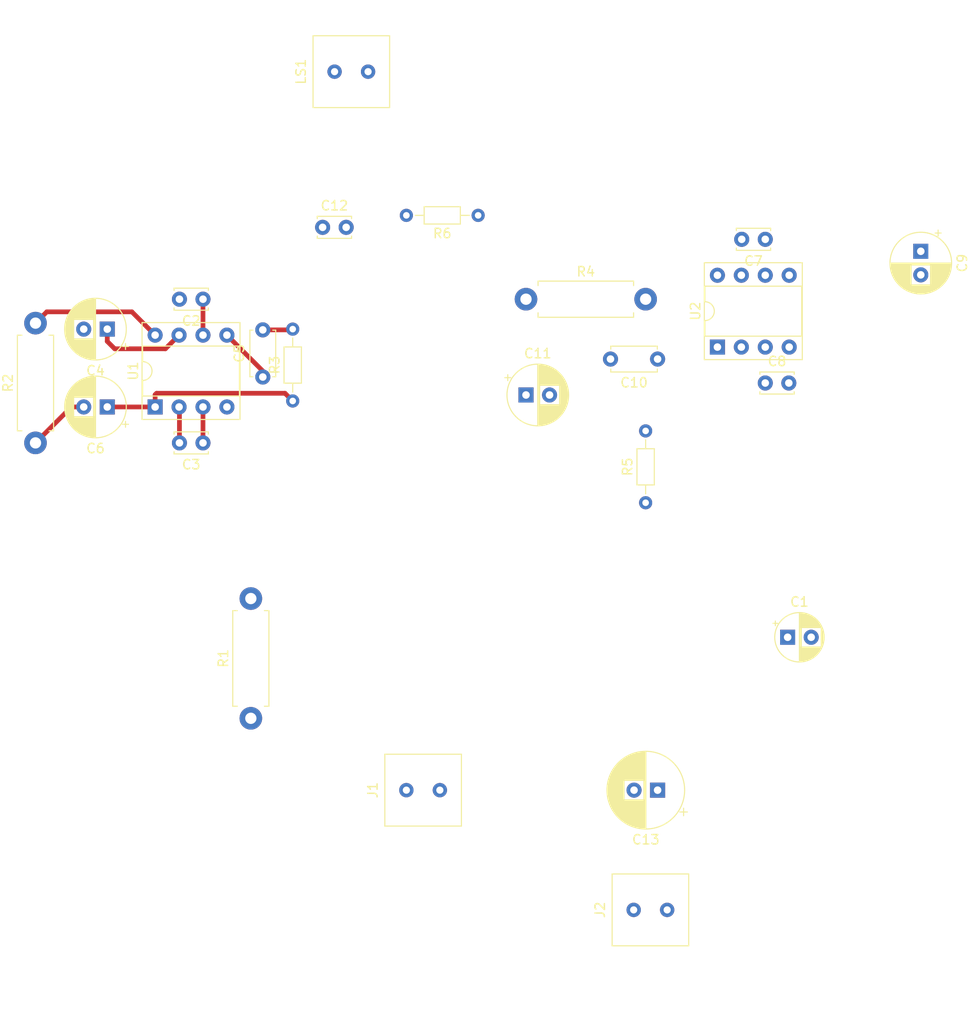
<source format=kicad_pcb>
(kicad_pcb (version 20171130) (host pcbnew 5.1.2)

  (general
    (thickness 1.6)
    (drawings 0)
    (tracks 23)
    (zones 0)
    (modules 24)
    (nets 18)
  )

  (page A4)
  (layers
    (0 F.Cu signal)
    (31 B.Cu signal)
    (32 B.Adhes user)
    (33 F.Adhes user)
    (34 B.Paste user)
    (35 F.Paste user)
    (36 B.SilkS user)
    (37 F.SilkS user)
    (38 B.Mask user)
    (39 F.Mask user)
    (40 Dwgs.User user)
    (41 Cmts.User user)
    (42 Eco1.User user)
    (43 Eco2.User user)
    (44 Edge.Cuts user)
    (45 Margin user)
    (46 B.CrtYd user)
    (47 F.CrtYd user)
    (48 B.Fab user)
    (49 F.Fab user)
  )

  (setup
    (last_trace_width 0.5)
    (trace_clearance 0.4)
    (zone_clearance 0.508)
    (zone_45_only no)
    (trace_min 0.2)
    (via_size 0.8)
    (via_drill 0.4)
    (via_min_size 0.4)
    (via_min_drill 0.3)
    (uvia_size 0.3)
    (uvia_drill 0.1)
    (uvias_allowed no)
    (uvia_min_size 0.2)
    (uvia_min_drill 0.1)
    (edge_width 0.05)
    (segment_width 0.2)
    (pcb_text_width 0.3)
    (pcb_text_size 1.5 1.5)
    (mod_edge_width 0.12)
    (mod_text_size 1 1)
    (mod_text_width 0.15)
    (pad_size 1.524 1.524)
    (pad_drill 0.762)
    (pad_to_mask_clearance 0.051)
    (solder_mask_min_width 0.25)
    (aux_axis_origin 0 0)
    (visible_elements FFFFFF7F)
    (pcbplotparams
      (layerselection 0x010fc_ffffffff)
      (usegerberextensions false)
      (usegerberattributes false)
      (usegerberadvancedattributes false)
      (creategerberjobfile false)
      (excludeedgelayer true)
      (linewidth 0.100000)
      (plotframeref false)
      (viasonmask false)
      (mode 1)
      (useauxorigin false)
      (hpglpennumber 1)
      (hpglpenspeed 20)
      (hpglpendiameter 15.000000)
      (psnegative false)
      (psa4output false)
      (plotreference true)
      (plotvalue true)
      (plotinvisibletext false)
      (padsonsilk false)
      (subtractmaskfromsilk false)
      (outputformat 1)
      (mirror false)
      (drillshape 1)
      (scaleselection 1)
      (outputdirectory ""))
  )

  (net 0 "")
  (net 1 "Net-(C1-Pad1)")
  (net 2 "Net-(C1-Pad2)")
  (net 3 +12V)
  (net 4 GND)
  (net 5 "Net-(C4-Pad1)")
  (net 6 "Net-(C5-Pad2)")
  (net 7 "Net-(C12-Pad1)")
  (net 8 "Net-(C6-Pad1)")
  (net 9 "Net-(C6-Pad2)")
  (net 10 "Net-(C9-Pad1)")
  (net 11 "Net-(C10-Pad1)")
  (net 12 "Net-(C10-Pad2)")
  (net 13 "Net-(C11-Pad1)")
  (net 14 "Net-(C11-Pad2)")
  (net 15 "Net-(C12-Pad2)")
  (net 16 "Net-(R2-Pad2)")
  (net 17 "Net-(R4-Pad2)")

  (net_class Default "This is the default net class."
    (clearance 0.4)
    (trace_width 0.5)
    (via_dia 0.8)
    (via_drill 0.4)
    (uvia_dia 0.3)
    (uvia_drill 0.1)
    (add_net +12V)
    (add_net GND)
    (add_net "Net-(C1-Pad1)")
    (add_net "Net-(C1-Pad2)")
    (add_net "Net-(C10-Pad1)")
    (add_net "Net-(C10-Pad2)")
    (add_net "Net-(C11-Pad1)")
    (add_net "Net-(C11-Pad2)")
    (add_net "Net-(C12-Pad1)")
    (add_net "Net-(C12-Pad2)")
    (add_net "Net-(C4-Pad1)")
    (add_net "Net-(C5-Pad2)")
    (add_net "Net-(C6-Pad1)")
    (add_net "Net-(C6-Pad2)")
    (add_net "Net-(C9-Pad1)")
    (add_net "Net-(R2-Pad2)")
    (add_net "Net-(R4-Pad2)")
  )

  (net_class Wide ""
    (clearance 0.4)
    (trace_width 0.5)
    (via_dia 0.8)
    (via_drill 0.4)
    (uvia_dia 0.3)
    (uvia_drill 0.1)
  )

  (module Capacitor_THT:CP_Radial_D5.0mm_P2.50mm (layer F.Cu) (tedit 5AE50EF0) (tstamp 5D505A1B)
    (at 133.184776 98.085001)
    (descr "CP, Radial series, Radial, pin pitch=2.50mm, , diameter=5mm, Electrolytic Capacitor")
    (tags "CP Radial series Radial pin pitch 2.50mm  diameter 5mm Electrolytic Capacitor")
    (path /5D3A8153)
    (fp_text reference C1 (at 1.25 -3.75) (layer F.SilkS)
      (effects (font (size 1 1) (thickness 0.15)))
    )
    (fp_text value 2.2uF (at 1.25 3.75) (layer F.Fab)
      (effects (font (size 1 1) (thickness 0.15)))
    )
    (fp_circle (center 1.25 0) (end 3.75 0) (layer F.Fab) (width 0.1))
    (fp_circle (center 1.25 0) (end 3.87 0) (layer F.SilkS) (width 0.12))
    (fp_circle (center 1.25 0) (end 4 0) (layer F.CrtYd) (width 0.05))
    (fp_line (start -0.883605 -1.0875) (end -0.383605 -1.0875) (layer F.Fab) (width 0.1))
    (fp_line (start -0.633605 -1.3375) (end -0.633605 -0.8375) (layer F.Fab) (width 0.1))
    (fp_line (start 1.25 -2.58) (end 1.25 2.58) (layer F.SilkS) (width 0.12))
    (fp_line (start 1.29 -2.58) (end 1.29 2.58) (layer F.SilkS) (width 0.12))
    (fp_line (start 1.33 -2.579) (end 1.33 2.579) (layer F.SilkS) (width 0.12))
    (fp_line (start 1.37 -2.578) (end 1.37 2.578) (layer F.SilkS) (width 0.12))
    (fp_line (start 1.41 -2.576) (end 1.41 2.576) (layer F.SilkS) (width 0.12))
    (fp_line (start 1.45 -2.573) (end 1.45 2.573) (layer F.SilkS) (width 0.12))
    (fp_line (start 1.49 -2.569) (end 1.49 -1.04) (layer F.SilkS) (width 0.12))
    (fp_line (start 1.49 1.04) (end 1.49 2.569) (layer F.SilkS) (width 0.12))
    (fp_line (start 1.53 -2.565) (end 1.53 -1.04) (layer F.SilkS) (width 0.12))
    (fp_line (start 1.53 1.04) (end 1.53 2.565) (layer F.SilkS) (width 0.12))
    (fp_line (start 1.57 -2.561) (end 1.57 -1.04) (layer F.SilkS) (width 0.12))
    (fp_line (start 1.57 1.04) (end 1.57 2.561) (layer F.SilkS) (width 0.12))
    (fp_line (start 1.61 -2.556) (end 1.61 -1.04) (layer F.SilkS) (width 0.12))
    (fp_line (start 1.61 1.04) (end 1.61 2.556) (layer F.SilkS) (width 0.12))
    (fp_line (start 1.65 -2.55) (end 1.65 -1.04) (layer F.SilkS) (width 0.12))
    (fp_line (start 1.65 1.04) (end 1.65 2.55) (layer F.SilkS) (width 0.12))
    (fp_line (start 1.69 -2.543) (end 1.69 -1.04) (layer F.SilkS) (width 0.12))
    (fp_line (start 1.69 1.04) (end 1.69 2.543) (layer F.SilkS) (width 0.12))
    (fp_line (start 1.73 -2.536) (end 1.73 -1.04) (layer F.SilkS) (width 0.12))
    (fp_line (start 1.73 1.04) (end 1.73 2.536) (layer F.SilkS) (width 0.12))
    (fp_line (start 1.77 -2.528) (end 1.77 -1.04) (layer F.SilkS) (width 0.12))
    (fp_line (start 1.77 1.04) (end 1.77 2.528) (layer F.SilkS) (width 0.12))
    (fp_line (start 1.81 -2.52) (end 1.81 -1.04) (layer F.SilkS) (width 0.12))
    (fp_line (start 1.81 1.04) (end 1.81 2.52) (layer F.SilkS) (width 0.12))
    (fp_line (start 1.85 -2.511) (end 1.85 -1.04) (layer F.SilkS) (width 0.12))
    (fp_line (start 1.85 1.04) (end 1.85 2.511) (layer F.SilkS) (width 0.12))
    (fp_line (start 1.89 -2.501) (end 1.89 -1.04) (layer F.SilkS) (width 0.12))
    (fp_line (start 1.89 1.04) (end 1.89 2.501) (layer F.SilkS) (width 0.12))
    (fp_line (start 1.93 -2.491) (end 1.93 -1.04) (layer F.SilkS) (width 0.12))
    (fp_line (start 1.93 1.04) (end 1.93 2.491) (layer F.SilkS) (width 0.12))
    (fp_line (start 1.971 -2.48) (end 1.971 -1.04) (layer F.SilkS) (width 0.12))
    (fp_line (start 1.971 1.04) (end 1.971 2.48) (layer F.SilkS) (width 0.12))
    (fp_line (start 2.011 -2.468) (end 2.011 -1.04) (layer F.SilkS) (width 0.12))
    (fp_line (start 2.011 1.04) (end 2.011 2.468) (layer F.SilkS) (width 0.12))
    (fp_line (start 2.051 -2.455) (end 2.051 -1.04) (layer F.SilkS) (width 0.12))
    (fp_line (start 2.051 1.04) (end 2.051 2.455) (layer F.SilkS) (width 0.12))
    (fp_line (start 2.091 -2.442) (end 2.091 -1.04) (layer F.SilkS) (width 0.12))
    (fp_line (start 2.091 1.04) (end 2.091 2.442) (layer F.SilkS) (width 0.12))
    (fp_line (start 2.131 -2.428) (end 2.131 -1.04) (layer F.SilkS) (width 0.12))
    (fp_line (start 2.131 1.04) (end 2.131 2.428) (layer F.SilkS) (width 0.12))
    (fp_line (start 2.171 -2.414) (end 2.171 -1.04) (layer F.SilkS) (width 0.12))
    (fp_line (start 2.171 1.04) (end 2.171 2.414) (layer F.SilkS) (width 0.12))
    (fp_line (start 2.211 -2.398) (end 2.211 -1.04) (layer F.SilkS) (width 0.12))
    (fp_line (start 2.211 1.04) (end 2.211 2.398) (layer F.SilkS) (width 0.12))
    (fp_line (start 2.251 -2.382) (end 2.251 -1.04) (layer F.SilkS) (width 0.12))
    (fp_line (start 2.251 1.04) (end 2.251 2.382) (layer F.SilkS) (width 0.12))
    (fp_line (start 2.291 -2.365) (end 2.291 -1.04) (layer F.SilkS) (width 0.12))
    (fp_line (start 2.291 1.04) (end 2.291 2.365) (layer F.SilkS) (width 0.12))
    (fp_line (start 2.331 -2.348) (end 2.331 -1.04) (layer F.SilkS) (width 0.12))
    (fp_line (start 2.331 1.04) (end 2.331 2.348) (layer F.SilkS) (width 0.12))
    (fp_line (start 2.371 -2.329) (end 2.371 -1.04) (layer F.SilkS) (width 0.12))
    (fp_line (start 2.371 1.04) (end 2.371 2.329) (layer F.SilkS) (width 0.12))
    (fp_line (start 2.411 -2.31) (end 2.411 -1.04) (layer F.SilkS) (width 0.12))
    (fp_line (start 2.411 1.04) (end 2.411 2.31) (layer F.SilkS) (width 0.12))
    (fp_line (start 2.451 -2.29) (end 2.451 -1.04) (layer F.SilkS) (width 0.12))
    (fp_line (start 2.451 1.04) (end 2.451 2.29) (layer F.SilkS) (width 0.12))
    (fp_line (start 2.491 -2.268) (end 2.491 -1.04) (layer F.SilkS) (width 0.12))
    (fp_line (start 2.491 1.04) (end 2.491 2.268) (layer F.SilkS) (width 0.12))
    (fp_line (start 2.531 -2.247) (end 2.531 -1.04) (layer F.SilkS) (width 0.12))
    (fp_line (start 2.531 1.04) (end 2.531 2.247) (layer F.SilkS) (width 0.12))
    (fp_line (start 2.571 -2.224) (end 2.571 -1.04) (layer F.SilkS) (width 0.12))
    (fp_line (start 2.571 1.04) (end 2.571 2.224) (layer F.SilkS) (width 0.12))
    (fp_line (start 2.611 -2.2) (end 2.611 -1.04) (layer F.SilkS) (width 0.12))
    (fp_line (start 2.611 1.04) (end 2.611 2.2) (layer F.SilkS) (width 0.12))
    (fp_line (start 2.651 -2.175) (end 2.651 -1.04) (layer F.SilkS) (width 0.12))
    (fp_line (start 2.651 1.04) (end 2.651 2.175) (layer F.SilkS) (width 0.12))
    (fp_line (start 2.691 -2.149) (end 2.691 -1.04) (layer F.SilkS) (width 0.12))
    (fp_line (start 2.691 1.04) (end 2.691 2.149) (layer F.SilkS) (width 0.12))
    (fp_line (start 2.731 -2.122) (end 2.731 -1.04) (layer F.SilkS) (width 0.12))
    (fp_line (start 2.731 1.04) (end 2.731 2.122) (layer F.SilkS) (width 0.12))
    (fp_line (start 2.771 -2.095) (end 2.771 -1.04) (layer F.SilkS) (width 0.12))
    (fp_line (start 2.771 1.04) (end 2.771 2.095) (layer F.SilkS) (width 0.12))
    (fp_line (start 2.811 -2.065) (end 2.811 -1.04) (layer F.SilkS) (width 0.12))
    (fp_line (start 2.811 1.04) (end 2.811 2.065) (layer F.SilkS) (width 0.12))
    (fp_line (start 2.851 -2.035) (end 2.851 -1.04) (layer F.SilkS) (width 0.12))
    (fp_line (start 2.851 1.04) (end 2.851 2.035) (layer F.SilkS) (width 0.12))
    (fp_line (start 2.891 -2.004) (end 2.891 -1.04) (layer F.SilkS) (width 0.12))
    (fp_line (start 2.891 1.04) (end 2.891 2.004) (layer F.SilkS) (width 0.12))
    (fp_line (start 2.931 -1.971) (end 2.931 -1.04) (layer F.SilkS) (width 0.12))
    (fp_line (start 2.931 1.04) (end 2.931 1.971) (layer F.SilkS) (width 0.12))
    (fp_line (start 2.971 -1.937) (end 2.971 -1.04) (layer F.SilkS) (width 0.12))
    (fp_line (start 2.971 1.04) (end 2.971 1.937) (layer F.SilkS) (width 0.12))
    (fp_line (start 3.011 -1.901) (end 3.011 -1.04) (layer F.SilkS) (width 0.12))
    (fp_line (start 3.011 1.04) (end 3.011 1.901) (layer F.SilkS) (width 0.12))
    (fp_line (start 3.051 -1.864) (end 3.051 -1.04) (layer F.SilkS) (width 0.12))
    (fp_line (start 3.051 1.04) (end 3.051 1.864) (layer F.SilkS) (width 0.12))
    (fp_line (start 3.091 -1.826) (end 3.091 -1.04) (layer F.SilkS) (width 0.12))
    (fp_line (start 3.091 1.04) (end 3.091 1.826) (layer F.SilkS) (width 0.12))
    (fp_line (start 3.131 -1.785) (end 3.131 -1.04) (layer F.SilkS) (width 0.12))
    (fp_line (start 3.131 1.04) (end 3.131 1.785) (layer F.SilkS) (width 0.12))
    (fp_line (start 3.171 -1.743) (end 3.171 -1.04) (layer F.SilkS) (width 0.12))
    (fp_line (start 3.171 1.04) (end 3.171 1.743) (layer F.SilkS) (width 0.12))
    (fp_line (start 3.211 -1.699) (end 3.211 -1.04) (layer F.SilkS) (width 0.12))
    (fp_line (start 3.211 1.04) (end 3.211 1.699) (layer F.SilkS) (width 0.12))
    (fp_line (start 3.251 -1.653) (end 3.251 -1.04) (layer F.SilkS) (width 0.12))
    (fp_line (start 3.251 1.04) (end 3.251 1.653) (layer F.SilkS) (width 0.12))
    (fp_line (start 3.291 -1.605) (end 3.291 -1.04) (layer F.SilkS) (width 0.12))
    (fp_line (start 3.291 1.04) (end 3.291 1.605) (layer F.SilkS) (width 0.12))
    (fp_line (start 3.331 -1.554) (end 3.331 -1.04) (layer F.SilkS) (width 0.12))
    (fp_line (start 3.331 1.04) (end 3.331 1.554) (layer F.SilkS) (width 0.12))
    (fp_line (start 3.371 -1.5) (end 3.371 -1.04) (layer F.SilkS) (width 0.12))
    (fp_line (start 3.371 1.04) (end 3.371 1.5) (layer F.SilkS) (width 0.12))
    (fp_line (start 3.411 -1.443) (end 3.411 -1.04) (layer F.SilkS) (width 0.12))
    (fp_line (start 3.411 1.04) (end 3.411 1.443) (layer F.SilkS) (width 0.12))
    (fp_line (start 3.451 -1.383) (end 3.451 -1.04) (layer F.SilkS) (width 0.12))
    (fp_line (start 3.451 1.04) (end 3.451 1.383) (layer F.SilkS) (width 0.12))
    (fp_line (start 3.491 -1.319) (end 3.491 -1.04) (layer F.SilkS) (width 0.12))
    (fp_line (start 3.491 1.04) (end 3.491 1.319) (layer F.SilkS) (width 0.12))
    (fp_line (start 3.531 -1.251) (end 3.531 -1.04) (layer F.SilkS) (width 0.12))
    (fp_line (start 3.531 1.04) (end 3.531 1.251) (layer F.SilkS) (width 0.12))
    (fp_line (start 3.571 -1.178) (end 3.571 1.178) (layer F.SilkS) (width 0.12))
    (fp_line (start 3.611 -1.098) (end 3.611 1.098) (layer F.SilkS) (width 0.12))
    (fp_line (start 3.651 -1.011) (end 3.651 1.011) (layer F.SilkS) (width 0.12))
    (fp_line (start 3.691 -0.915) (end 3.691 0.915) (layer F.SilkS) (width 0.12))
    (fp_line (start 3.731 -0.805) (end 3.731 0.805) (layer F.SilkS) (width 0.12))
    (fp_line (start 3.771 -0.677) (end 3.771 0.677) (layer F.SilkS) (width 0.12))
    (fp_line (start 3.811 -0.518) (end 3.811 0.518) (layer F.SilkS) (width 0.12))
    (fp_line (start 3.851 -0.284) (end 3.851 0.284) (layer F.SilkS) (width 0.12))
    (fp_line (start -1.554775 -1.475) (end -1.054775 -1.475) (layer F.SilkS) (width 0.12))
    (fp_line (start -1.304775 -1.725) (end -1.304775 -1.225) (layer F.SilkS) (width 0.12))
    (fp_text user %R (at 1.25 0) (layer F.Fab)
      (effects (font (size 1 1) (thickness 0.15)))
    )
    (pad 1 thru_hole rect (at 0 0) (size 1.6 1.6) (drill 0.8) (layers *.Cu *.Mask)
      (net 1 "Net-(C1-Pad1)"))
    (pad 2 thru_hole circle (at 2.5 0) (size 1.6 1.6) (drill 0.8) (layers *.Cu *.Mask)
      (net 2 "Net-(C1-Pad2)"))
    (model ${KISYS3DMOD}/Capacitor_THT.3dshapes/CP_Radial_D5.0mm_P2.50mm.wrl
      (at (xyz 0 0 0))
      (scale (xyz 1 1 1))
      (rotate (xyz 0 0 0))
    )
  )

  (module Capacitor_THT:C_Disc_D3.4mm_W2.1mm_P2.50mm (layer F.Cu) (tedit 5AE50EF0) (tstamp 5D5080F3)
    (at 71.12 62.23 180)
    (descr "C, Disc series, Radial, pin pitch=2.50mm, , diameter*width=3.4*2.1mm^2, Capacitor, http://www.vishay.com/docs/45233/krseries.pdf")
    (tags "C Disc series Radial pin pitch 2.50mm  diameter 3.4mm width 2.1mm Capacitor")
    (path /5D3A80FF)
    (fp_text reference C2 (at 1.25 -2.3) (layer F.SilkS)
      (effects (font (size 1 1) (thickness 0.15)))
    )
    (fp_text value 0.1uF (at 1.25 2.3) (layer F.Fab)
      (effects (font (size 1 1) (thickness 0.15)))
    )
    (fp_line (start -0.45 -1.05) (end -0.45 1.05) (layer F.Fab) (width 0.1))
    (fp_line (start -0.45 1.05) (end 2.95 1.05) (layer F.Fab) (width 0.1))
    (fp_line (start 2.95 1.05) (end 2.95 -1.05) (layer F.Fab) (width 0.1))
    (fp_line (start 2.95 -1.05) (end -0.45 -1.05) (layer F.Fab) (width 0.1))
    (fp_line (start -0.57 -1.17) (end 3.07 -1.17) (layer F.SilkS) (width 0.12))
    (fp_line (start -0.57 1.17) (end 3.07 1.17) (layer F.SilkS) (width 0.12))
    (fp_line (start -0.57 -1.17) (end -0.57 -0.925) (layer F.SilkS) (width 0.12))
    (fp_line (start -0.57 0.925) (end -0.57 1.17) (layer F.SilkS) (width 0.12))
    (fp_line (start 3.07 -1.17) (end 3.07 -0.925) (layer F.SilkS) (width 0.12))
    (fp_line (start 3.07 0.925) (end 3.07 1.17) (layer F.SilkS) (width 0.12))
    (fp_line (start -1.05 -1.3) (end -1.05 1.3) (layer F.CrtYd) (width 0.05))
    (fp_line (start -1.05 1.3) (end 3.55 1.3) (layer F.CrtYd) (width 0.05))
    (fp_line (start 3.55 1.3) (end 3.55 -1.3) (layer F.CrtYd) (width 0.05))
    (fp_line (start 3.55 -1.3) (end -1.05 -1.3) (layer F.CrtYd) (width 0.05))
    (fp_text user %R (at 1.25 0) (layer F.Fab)
      (effects (font (size 0.68 0.68) (thickness 0.102)))
    )
    (pad 1 thru_hole circle (at 0 0 180) (size 1.6 1.6) (drill 0.8) (layers *.Cu *.Mask)
      (net 3 +12V))
    (pad 2 thru_hole circle (at 2.5 0 180) (size 1.6 1.6) (drill 0.8) (layers *.Cu *.Mask)
      (net 4 GND))
    (model ${KISYS3DMOD}/Capacitor_THT.3dshapes/C_Disc_D3.4mm_W2.1mm_P2.50mm.wrl
      (at (xyz 0 0 0))
      (scale (xyz 1 1 1))
      (rotate (xyz 0 0 0))
    )
  )

  (module Capacitor_THT:C_Disc_D3.4mm_W2.1mm_P2.50mm (layer F.Cu) (tedit 5AE50EF0) (tstamp 5D505A45)
    (at 71.12 77.47 180)
    (descr "C, Disc series, Radial, pin pitch=2.50mm, , diameter*width=3.4*2.1mm^2, Capacitor, http://www.vishay.com/docs/45233/krseries.pdf")
    (tags "C Disc series Radial pin pitch 2.50mm  diameter 3.4mm width 2.1mm Capacitor")
    (path /5D56C358)
    (fp_text reference C3 (at 1.25 -2.3) (layer F.SilkS)
      (effects (font (size 1 1) (thickness 0.15)))
    )
    (fp_text value 470pF (at 1.25 2.3) (layer F.Fab)
      (effects (font (size 1 1) (thickness 0.15)))
    )
    (fp_text user %R (at 1.25 0) (layer F.Fab)
      (effects (font (size 0.68 0.68) (thickness 0.102)))
    )
    (fp_line (start 3.55 -1.3) (end -1.05 -1.3) (layer F.CrtYd) (width 0.05))
    (fp_line (start 3.55 1.3) (end 3.55 -1.3) (layer F.CrtYd) (width 0.05))
    (fp_line (start -1.05 1.3) (end 3.55 1.3) (layer F.CrtYd) (width 0.05))
    (fp_line (start -1.05 -1.3) (end -1.05 1.3) (layer F.CrtYd) (width 0.05))
    (fp_line (start 3.07 0.925) (end 3.07 1.17) (layer F.SilkS) (width 0.12))
    (fp_line (start 3.07 -1.17) (end 3.07 -0.925) (layer F.SilkS) (width 0.12))
    (fp_line (start -0.57 0.925) (end -0.57 1.17) (layer F.SilkS) (width 0.12))
    (fp_line (start -0.57 -1.17) (end -0.57 -0.925) (layer F.SilkS) (width 0.12))
    (fp_line (start -0.57 1.17) (end 3.07 1.17) (layer F.SilkS) (width 0.12))
    (fp_line (start -0.57 -1.17) (end 3.07 -1.17) (layer F.SilkS) (width 0.12))
    (fp_line (start 2.95 -1.05) (end -0.45 -1.05) (layer F.Fab) (width 0.1))
    (fp_line (start 2.95 1.05) (end 2.95 -1.05) (layer F.Fab) (width 0.1))
    (fp_line (start -0.45 1.05) (end 2.95 1.05) (layer F.Fab) (width 0.1))
    (fp_line (start -0.45 -1.05) (end -0.45 1.05) (layer F.Fab) (width 0.1))
    (pad 2 thru_hole circle (at 2.5 0 180) (size 1.6 1.6) (drill 0.8) (layers *.Cu *.Mask)
      (net 1 "Net-(C1-Pad1)"))
    (pad 1 thru_hole circle (at 0 0 180) (size 1.6 1.6) (drill 0.8) (layers *.Cu *.Mask)
      (net 4 GND))
    (model ${KISYS3DMOD}/Capacitor_THT.3dshapes/C_Disc_D3.4mm_W2.1mm_P2.50mm.wrl
      (at (xyz 0 0 0))
      (scale (xyz 1 1 1))
      (rotate (xyz 0 0 0))
    )
  )

  (module Capacitor_THT:CP_Radial_D6.3mm_P2.50mm (layer F.Cu) (tedit 5AE50EF0) (tstamp 5D505AD9)
    (at 60.96 65.405 180)
    (descr "CP, Radial series, Radial, pin pitch=2.50mm, , diameter=6.3mm, Electrolytic Capacitor")
    (tags "CP Radial series Radial pin pitch 2.50mm  diameter 6.3mm Electrolytic Capacitor")
    (path /5D3A8113)
    (fp_text reference C4 (at 1.25 -4.4) (layer F.SilkS)
      (effects (font (size 1 1) (thickness 0.15)))
    )
    (fp_text value 10uF (at 1.25 4.4) (layer F.Fab)
      (effects (font (size 1 1) (thickness 0.15)))
    )
    (fp_text user %R (at 1.25 0) (layer F.Fab)
      (effects (font (size 1 1) (thickness 0.15)))
    )
    (fp_line (start -1.935241 -2.154) (end -1.935241 -1.524) (layer F.SilkS) (width 0.12))
    (fp_line (start -2.250241 -1.839) (end -1.620241 -1.839) (layer F.SilkS) (width 0.12))
    (fp_line (start 4.491 -0.402) (end 4.491 0.402) (layer F.SilkS) (width 0.12))
    (fp_line (start 4.451 -0.633) (end 4.451 0.633) (layer F.SilkS) (width 0.12))
    (fp_line (start 4.411 -0.802) (end 4.411 0.802) (layer F.SilkS) (width 0.12))
    (fp_line (start 4.371 -0.94) (end 4.371 0.94) (layer F.SilkS) (width 0.12))
    (fp_line (start 4.331 -1.059) (end 4.331 1.059) (layer F.SilkS) (width 0.12))
    (fp_line (start 4.291 -1.165) (end 4.291 1.165) (layer F.SilkS) (width 0.12))
    (fp_line (start 4.251 -1.262) (end 4.251 1.262) (layer F.SilkS) (width 0.12))
    (fp_line (start 4.211 -1.35) (end 4.211 1.35) (layer F.SilkS) (width 0.12))
    (fp_line (start 4.171 -1.432) (end 4.171 1.432) (layer F.SilkS) (width 0.12))
    (fp_line (start 4.131 -1.509) (end 4.131 1.509) (layer F.SilkS) (width 0.12))
    (fp_line (start 4.091 -1.581) (end 4.091 1.581) (layer F.SilkS) (width 0.12))
    (fp_line (start 4.051 -1.65) (end 4.051 1.65) (layer F.SilkS) (width 0.12))
    (fp_line (start 4.011 -1.714) (end 4.011 1.714) (layer F.SilkS) (width 0.12))
    (fp_line (start 3.971 -1.776) (end 3.971 1.776) (layer F.SilkS) (width 0.12))
    (fp_line (start 3.931 -1.834) (end 3.931 1.834) (layer F.SilkS) (width 0.12))
    (fp_line (start 3.891 -1.89) (end 3.891 1.89) (layer F.SilkS) (width 0.12))
    (fp_line (start 3.851 -1.944) (end 3.851 1.944) (layer F.SilkS) (width 0.12))
    (fp_line (start 3.811 -1.995) (end 3.811 1.995) (layer F.SilkS) (width 0.12))
    (fp_line (start 3.771 -2.044) (end 3.771 2.044) (layer F.SilkS) (width 0.12))
    (fp_line (start 3.731 -2.092) (end 3.731 2.092) (layer F.SilkS) (width 0.12))
    (fp_line (start 3.691 -2.137) (end 3.691 2.137) (layer F.SilkS) (width 0.12))
    (fp_line (start 3.651 -2.182) (end 3.651 2.182) (layer F.SilkS) (width 0.12))
    (fp_line (start 3.611 -2.224) (end 3.611 2.224) (layer F.SilkS) (width 0.12))
    (fp_line (start 3.571 -2.265) (end 3.571 2.265) (layer F.SilkS) (width 0.12))
    (fp_line (start 3.531 1.04) (end 3.531 2.305) (layer F.SilkS) (width 0.12))
    (fp_line (start 3.531 -2.305) (end 3.531 -1.04) (layer F.SilkS) (width 0.12))
    (fp_line (start 3.491 1.04) (end 3.491 2.343) (layer F.SilkS) (width 0.12))
    (fp_line (start 3.491 -2.343) (end 3.491 -1.04) (layer F.SilkS) (width 0.12))
    (fp_line (start 3.451 1.04) (end 3.451 2.38) (layer F.SilkS) (width 0.12))
    (fp_line (start 3.451 -2.38) (end 3.451 -1.04) (layer F.SilkS) (width 0.12))
    (fp_line (start 3.411 1.04) (end 3.411 2.416) (layer F.SilkS) (width 0.12))
    (fp_line (start 3.411 -2.416) (end 3.411 -1.04) (layer F.SilkS) (width 0.12))
    (fp_line (start 3.371 1.04) (end 3.371 2.45) (layer F.SilkS) (width 0.12))
    (fp_line (start 3.371 -2.45) (end 3.371 -1.04) (layer F.SilkS) (width 0.12))
    (fp_line (start 3.331 1.04) (end 3.331 2.484) (layer F.SilkS) (width 0.12))
    (fp_line (start 3.331 -2.484) (end 3.331 -1.04) (layer F.SilkS) (width 0.12))
    (fp_line (start 3.291 1.04) (end 3.291 2.516) (layer F.SilkS) (width 0.12))
    (fp_line (start 3.291 -2.516) (end 3.291 -1.04) (layer F.SilkS) (width 0.12))
    (fp_line (start 3.251 1.04) (end 3.251 2.548) (layer F.SilkS) (width 0.12))
    (fp_line (start 3.251 -2.548) (end 3.251 -1.04) (layer F.SilkS) (width 0.12))
    (fp_line (start 3.211 1.04) (end 3.211 2.578) (layer F.SilkS) (width 0.12))
    (fp_line (start 3.211 -2.578) (end 3.211 -1.04) (layer F.SilkS) (width 0.12))
    (fp_line (start 3.171 1.04) (end 3.171 2.607) (layer F.SilkS) (width 0.12))
    (fp_line (start 3.171 -2.607) (end 3.171 -1.04) (layer F.SilkS) (width 0.12))
    (fp_line (start 3.131 1.04) (end 3.131 2.636) (layer F.SilkS) (width 0.12))
    (fp_line (start 3.131 -2.636) (end 3.131 -1.04) (layer F.SilkS) (width 0.12))
    (fp_line (start 3.091 1.04) (end 3.091 2.664) (layer F.SilkS) (width 0.12))
    (fp_line (start 3.091 -2.664) (end 3.091 -1.04) (layer F.SilkS) (width 0.12))
    (fp_line (start 3.051 1.04) (end 3.051 2.69) (layer F.SilkS) (width 0.12))
    (fp_line (start 3.051 -2.69) (end 3.051 -1.04) (layer F.SilkS) (width 0.12))
    (fp_line (start 3.011 1.04) (end 3.011 2.716) (layer F.SilkS) (width 0.12))
    (fp_line (start 3.011 -2.716) (end 3.011 -1.04) (layer F.SilkS) (width 0.12))
    (fp_line (start 2.971 1.04) (end 2.971 2.742) (layer F.SilkS) (width 0.12))
    (fp_line (start 2.971 -2.742) (end 2.971 -1.04) (layer F.SilkS) (width 0.12))
    (fp_line (start 2.931 1.04) (end 2.931 2.766) (layer F.SilkS) (width 0.12))
    (fp_line (start 2.931 -2.766) (end 2.931 -1.04) (layer F.SilkS) (width 0.12))
    (fp_line (start 2.891 1.04) (end 2.891 2.79) (layer F.SilkS) (width 0.12))
    (fp_line (start 2.891 -2.79) (end 2.891 -1.04) (layer F.SilkS) (width 0.12))
    (fp_line (start 2.851 1.04) (end 2.851 2.812) (layer F.SilkS) (width 0.12))
    (fp_line (start 2.851 -2.812) (end 2.851 -1.04) (layer F.SilkS) (width 0.12))
    (fp_line (start 2.811 1.04) (end 2.811 2.834) (layer F.SilkS) (width 0.12))
    (fp_line (start 2.811 -2.834) (end 2.811 -1.04) (layer F.SilkS) (width 0.12))
    (fp_line (start 2.771 1.04) (end 2.771 2.856) (layer F.SilkS) (width 0.12))
    (fp_line (start 2.771 -2.856) (end 2.771 -1.04) (layer F.SilkS) (width 0.12))
    (fp_line (start 2.731 1.04) (end 2.731 2.876) (layer F.SilkS) (width 0.12))
    (fp_line (start 2.731 -2.876) (end 2.731 -1.04) (layer F.SilkS) (width 0.12))
    (fp_line (start 2.691 1.04) (end 2.691 2.896) (layer F.SilkS) (width 0.12))
    (fp_line (start 2.691 -2.896) (end 2.691 -1.04) (layer F.SilkS) (width 0.12))
    (fp_line (start 2.651 1.04) (end 2.651 2.916) (layer F.SilkS) (width 0.12))
    (fp_line (start 2.651 -2.916) (end 2.651 -1.04) (layer F.SilkS) (width 0.12))
    (fp_line (start 2.611 1.04) (end 2.611 2.934) (layer F.SilkS) (width 0.12))
    (fp_line (start 2.611 -2.934) (end 2.611 -1.04) (layer F.SilkS) (width 0.12))
    (fp_line (start 2.571 1.04) (end 2.571 2.952) (layer F.SilkS) (width 0.12))
    (fp_line (start 2.571 -2.952) (end 2.571 -1.04) (layer F.SilkS) (width 0.12))
    (fp_line (start 2.531 1.04) (end 2.531 2.97) (layer F.SilkS) (width 0.12))
    (fp_line (start 2.531 -2.97) (end 2.531 -1.04) (layer F.SilkS) (width 0.12))
    (fp_line (start 2.491 1.04) (end 2.491 2.986) (layer F.SilkS) (width 0.12))
    (fp_line (start 2.491 -2.986) (end 2.491 -1.04) (layer F.SilkS) (width 0.12))
    (fp_line (start 2.451 1.04) (end 2.451 3.002) (layer F.SilkS) (width 0.12))
    (fp_line (start 2.451 -3.002) (end 2.451 -1.04) (layer F.SilkS) (width 0.12))
    (fp_line (start 2.411 1.04) (end 2.411 3.018) (layer F.SilkS) (width 0.12))
    (fp_line (start 2.411 -3.018) (end 2.411 -1.04) (layer F.SilkS) (width 0.12))
    (fp_line (start 2.371 1.04) (end 2.371 3.033) (layer F.SilkS) (width 0.12))
    (fp_line (start 2.371 -3.033) (end 2.371 -1.04) (layer F.SilkS) (width 0.12))
    (fp_line (start 2.331 1.04) (end 2.331 3.047) (layer F.SilkS) (width 0.12))
    (fp_line (start 2.331 -3.047) (end 2.331 -1.04) (layer F.SilkS) (width 0.12))
    (fp_line (start 2.291 1.04) (end 2.291 3.061) (layer F.SilkS) (width 0.12))
    (fp_line (start 2.291 -3.061) (end 2.291 -1.04) (layer F.SilkS) (width 0.12))
    (fp_line (start 2.251 1.04) (end 2.251 3.074) (layer F.SilkS) (width 0.12))
    (fp_line (start 2.251 -3.074) (end 2.251 -1.04) (layer F.SilkS) (width 0.12))
    (fp_line (start 2.211 1.04) (end 2.211 3.086) (layer F.SilkS) (width 0.12))
    (fp_line (start 2.211 -3.086) (end 2.211 -1.04) (layer F.SilkS) (width 0.12))
    (fp_line (start 2.171 1.04) (end 2.171 3.098) (layer F.SilkS) (width 0.12))
    (fp_line (start 2.171 -3.098) (end 2.171 -1.04) (layer F.SilkS) (width 0.12))
    (fp_line (start 2.131 1.04) (end 2.131 3.11) (layer F.SilkS) (width 0.12))
    (fp_line (start 2.131 -3.11) (end 2.131 -1.04) (layer F.SilkS) (width 0.12))
    (fp_line (start 2.091 1.04) (end 2.091 3.121) (layer F.SilkS) (width 0.12))
    (fp_line (start 2.091 -3.121) (end 2.091 -1.04) (layer F.SilkS) (width 0.12))
    (fp_line (start 2.051 1.04) (end 2.051 3.131) (layer F.SilkS) (width 0.12))
    (fp_line (start 2.051 -3.131) (end 2.051 -1.04) (layer F.SilkS) (width 0.12))
    (fp_line (start 2.011 1.04) (end 2.011 3.141) (layer F.SilkS) (width 0.12))
    (fp_line (start 2.011 -3.141) (end 2.011 -1.04) (layer F.SilkS) (width 0.12))
    (fp_line (start 1.971 1.04) (end 1.971 3.15) (layer F.SilkS) (width 0.12))
    (fp_line (start 1.971 -3.15) (end 1.971 -1.04) (layer F.SilkS) (width 0.12))
    (fp_line (start 1.93 1.04) (end 1.93 3.159) (layer F.SilkS) (width 0.12))
    (fp_line (start 1.93 -3.159) (end 1.93 -1.04) (layer F.SilkS) (width 0.12))
    (fp_line (start 1.89 1.04) (end 1.89 3.167) (layer F.SilkS) (width 0.12))
    (fp_line (start 1.89 -3.167) (end 1.89 -1.04) (layer F.SilkS) (width 0.12))
    (fp_line (start 1.85 1.04) (end 1.85 3.175) (layer F.SilkS) (width 0.12))
    (fp_line (start 1.85 -3.175) (end 1.85 -1.04) (layer F.SilkS) (width 0.12))
    (fp_line (start 1.81 1.04) (end 1.81 3.182) (layer F.SilkS) (width 0.12))
    (fp_line (start 1.81 -3.182) (end 1.81 -1.04) (layer F.SilkS) (width 0.12))
    (fp_line (start 1.77 1.04) (end 1.77 3.189) (layer F.SilkS) (width 0.12))
    (fp_line (start 1.77 -3.189) (end 1.77 -1.04) (layer F.SilkS) (width 0.12))
    (fp_line (start 1.73 1.04) (end 1.73 3.195) (layer F.SilkS) (width 0.12))
    (fp_line (start 1.73 -3.195) (end 1.73 -1.04) (layer F.SilkS) (width 0.12))
    (fp_line (start 1.69 1.04) (end 1.69 3.201) (layer F.SilkS) (width 0.12))
    (fp_line (start 1.69 -3.201) (end 1.69 -1.04) (layer F.SilkS) (width 0.12))
    (fp_line (start 1.65 1.04) (end 1.65 3.206) (layer F.SilkS) (width 0.12))
    (fp_line (start 1.65 -3.206) (end 1.65 -1.04) (layer F.SilkS) (width 0.12))
    (fp_line (start 1.61 1.04) (end 1.61 3.211) (layer F.SilkS) (width 0.12))
    (fp_line (start 1.61 -3.211) (end 1.61 -1.04) (layer F.SilkS) (width 0.12))
    (fp_line (start 1.57 1.04) (end 1.57 3.215) (layer F.SilkS) (width 0.12))
    (fp_line (start 1.57 -3.215) (end 1.57 -1.04) (layer F.SilkS) (width 0.12))
    (fp_line (start 1.53 1.04) (end 1.53 3.218) (layer F.SilkS) (width 0.12))
    (fp_line (start 1.53 -3.218) (end 1.53 -1.04) (layer F.SilkS) (width 0.12))
    (fp_line (start 1.49 1.04) (end 1.49 3.222) (layer F.SilkS) (width 0.12))
    (fp_line (start 1.49 -3.222) (end 1.49 -1.04) (layer F.SilkS) (width 0.12))
    (fp_line (start 1.45 -3.224) (end 1.45 3.224) (layer F.SilkS) (width 0.12))
    (fp_line (start 1.41 -3.227) (end 1.41 3.227) (layer F.SilkS) (width 0.12))
    (fp_line (start 1.37 -3.228) (end 1.37 3.228) (layer F.SilkS) (width 0.12))
    (fp_line (start 1.33 -3.23) (end 1.33 3.23) (layer F.SilkS) (width 0.12))
    (fp_line (start 1.29 -3.23) (end 1.29 3.23) (layer F.SilkS) (width 0.12))
    (fp_line (start 1.25 -3.23) (end 1.25 3.23) (layer F.SilkS) (width 0.12))
    (fp_line (start -1.128972 -1.6885) (end -1.128972 -1.0585) (layer F.Fab) (width 0.1))
    (fp_line (start -1.443972 -1.3735) (end -0.813972 -1.3735) (layer F.Fab) (width 0.1))
    (fp_circle (center 1.25 0) (end 4.65 0) (layer F.CrtYd) (width 0.05))
    (fp_circle (center 1.25 0) (end 4.52 0) (layer F.SilkS) (width 0.12))
    (fp_circle (center 1.25 0) (end 4.4 0) (layer F.Fab) (width 0.1))
    (pad 2 thru_hole circle (at 2.5 0 180) (size 1.6 1.6) (drill 0.8) (layers *.Cu *.Mask)
      (net 4 GND))
    (pad 1 thru_hole rect (at 0 0 180) (size 1.6 1.6) (drill 0.8) (layers *.Cu *.Mask)
      (net 5 "Net-(C4-Pad1)"))
    (model ${KISYS3DMOD}/Capacitor_THT.3dshapes/CP_Radial_D6.3mm_P2.50mm.wrl
      (at (xyz 0 0 0))
      (scale (xyz 1 1 1))
      (rotate (xyz 0 0 0))
    )
  )

  (module Capacitor_THT:C_Disc_D4.7mm_W2.5mm_P5.00mm (layer F.Cu) (tedit 5AE50EF0) (tstamp 5D507968)
    (at 77.47 70.485 90)
    (descr "C, Disc series, Radial, pin pitch=5.00mm, , diameter*width=4.7*2.5mm^2, Capacitor, http://www.vishay.com/docs/45233/krseries.pdf")
    (tags "C Disc series Radial pin pitch 5.00mm  diameter 4.7mm width 2.5mm Capacitor")
    (path /5D3A81E2)
    (fp_text reference C5 (at 2.5 -2.5 90) (layer F.SilkS)
      (effects (font (size 1 1) (thickness 0.15)))
    )
    (fp_text value 0.033uF (at 2.5 2.5 90) (layer F.Fab)
      (effects (font (size 1 1) (thickness 0.15)))
    )
    (fp_text user %R (at 2.5 0 90) (layer F.Fab)
      (effects (font (size 0.94 0.94) (thickness 0.141)))
    )
    (fp_line (start 6.05 -1.5) (end -1.05 -1.5) (layer F.CrtYd) (width 0.05))
    (fp_line (start 6.05 1.5) (end 6.05 -1.5) (layer F.CrtYd) (width 0.05))
    (fp_line (start -1.05 1.5) (end 6.05 1.5) (layer F.CrtYd) (width 0.05))
    (fp_line (start -1.05 -1.5) (end -1.05 1.5) (layer F.CrtYd) (width 0.05))
    (fp_line (start 4.97 1.055) (end 4.97 1.37) (layer F.SilkS) (width 0.12))
    (fp_line (start 4.97 -1.37) (end 4.97 -1.055) (layer F.SilkS) (width 0.12))
    (fp_line (start 0.03 1.055) (end 0.03 1.37) (layer F.SilkS) (width 0.12))
    (fp_line (start 0.03 -1.37) (end 0.03 -1.055) (layer F.SilkS) (width 0.12))
    (fp_line (start 0.03 1.37) (end 4.97 1.37) (layer F.SilkS) (width 0.12))
    (fp_line (start 0.03 -1.37) (end 4.97 -1.37) (layer F.SilkS) (width 0.12))
    (fp_line (start 4.85 -1.25) (end 0.15 -1.25) (layer F.Fab) (width 0.1))
    (fp_line (start 4.85 1.25) (end 4.85 -1.25) (layer F.Fab) (width 0.1))
    (fp_line (start 0.15 1.25) (end 4.85 1.25) (layer F.Fab) (width 0.1))
    (fp_line (start 0.15 -1.25) (end 0.15 1.25) (layer F.Fab) (width 0.1))
    (pad 2 thru_hole circle (at 5 0 90) (size 1.6 1.6) (drill 0.8) (layers *.Cu *.Mask)
      (net 6 "Net-(C5-Pad2)"))
    (pad 1 thru_hole circle (at 0 0 90) (size 1.6 1.6) (drill 0.8) (layers *.Cu *.Mask)
      (net 7 "Net-(C12-Pad1)"))
    (model ${KISYS3DMOD}/Capacitor_THT.3dshapes/C_Disc_D4.7mm_W2.5mm_P5.00mm.wrl
      (at (xyz 0 0 0))
      (scale (xyz 1 1 1))
      (rotate (xyz 0 0 0))
    )
  )

  (module Capacitor_THT:CP_Radial_D6.3mm_P2.50mm (layer F.Cu) (tedit 5AE50EF0) (tstamp 5D509000)
    (at 60.96 73.66 180)
    (descr "CP, Radial series, Radial, pin pitch=2.50mm, , diameter=6.3mm, Electrolytic Capacitor")
    (tags "CP Radial series Radial pin pitch 2.50mm  diameter 6.3mm Electrolytic Capacitor")
    (path /5D3A811D)
    (fp_text reference C6 (at 1.25 -4.4) (layer F.SilkS)
      (effects (font (size 1 1) (thickness 0.15)))
    )
    (fp_text value 10uF (at 1.25 4.4) (layer F.Fab)
      (effects (font (size 1 1) (thickness 0.15)))
    )
    (fp_circle (center 1.25 0) (end 4.4 0) (layer F.Fab) (width 0.1))
    (fp_circle (center 1.25 0) (end 4.52 0) (layer F.SilkS) (width 0.12))
    (fp_circle (center 1.25 0) (end 4.65 0) (layer F.CrtYd) (width 0.05))
    (fp_line (start -1.443972 -1.3735) (end -0.813972 -1.3735) (layer F.Fab) (width 0.1))
    (fp_line (start -1.128972 -1.6885) (end -1.128972 -1.0585) (layer F.Fab) (width 0.1))
    (fp_line (start 1.25 -3.23) (end 1.25 3.23) (layer F.SilkS) (width 0.12))
    (fp_line (start 1.29 -3.23) (end 1.29 3.23) (layer F.SilkS) (width 0.12))
    (fp_line (start 1.33 -3.23) (end 1.33 3.23) (layer F.SilkS) (width 0.12))
    (fp_line (start 1.37 -3.228) (end 1.37 3.228) (layer F.SilkS) (width 0.12))
    (fp_line (start 1.41 -3.227) (end 1.41 3.227) (layer F.SilkS) (width 0.12))
    (fp_line (start 1.45 -3.224) (end 1.45 3.224) (layer F.SilkS) (width 0.12))
    (fp_line (start 1.49 -3.222) (end 1.49 -1.04) (layer F.SilkS) (width 0.12))
    (fp_line (start 1.49 1.04) (end 1.49 3.222) (layer F.SilkS) (width 0.12))
    (fp_line (start 1.53 -3.218) (end 1.53 -1.04) (layer F.SilkS) (width 0.12))
    (fp_line (start 1.53 1.04) (end 1.53 3.218) (layer F.SilkS) (width 0.12))
    (fp_line (start 1.57 -3.215) (end 1.57 -1.04) (layer F.SilkS) (width 0.12))
    (fp_line (start 1.57 1.04) (end 1.57 3.215) (layer F.SilkS) (width 0.12))
    (fp_line (start 1.61 -3.211) (end 1.61 -1.04) (layer F.SilkS) (width 0.12))
    (fp_line (start 1.61 1.04) (end 1.61 3.211) (layer F.SilkS) (width 0.12))
    (fp_line (start 1.65 -3.206) (end 1.65 -1.04) (layer F.SilkS) (width 0.12))
    (fp_line (start 1.65 1.04) (end 1.65 3.206) (layer F.SilkS) (width 0.12))
    (fp_line (start 1.69 -3.201) (end 1.69 -1.04) (layer F.SilkS) (width 0.12))
    (fp_line (start 1.69 1.04) (end 1.69 3.201) (layer F.SilkS) (width 0.12))
    (fp_line (start 1.73 -3.195) (end 1.73 -1.04) (layer F.SilkS) (width 0.12))
    (fp_line (start 1.73 1.04) (end 1.73 3.195) (layer F.SilkS) (width 0.12))
    (fp_line (start 1.77 -3.189) (end 1.77 -1.04) (layer F.SilkS) (width 0.12))
    (fp_line (start 1.77 1.04) (end 1.77 3.189) (layer F.SilkS) (width 0.12))
    (fp_line (start 1.81 -3.182) (end 1.81 -1.04) (layer F.SilkS) (width 0.12))
    (fp_line (start 1.81 1.04) (end 1.81 3.182) (layer F.SilkS) (width 0.12))
    (fp_line (start 1.85 -3.175) (end 1.85 -1.04) (layer F.SilkS) (width 0.12))
    (fp_line (start 1.85 1.04) (end 1.85 3.175) (layer F.SilkS) (width 0.12))
    (fp_line (start 1.89 -3.167) (end 1.89 -1.04) (layer F.SilkS) (width 0.12))
    (fp_line (start 1.89 1.04) (end 1.89 3.167) (layer F.SilkS) (width 0.12))
    (fp_line (start 1.93 -3.159) (end 1.93 -1.04) (layer F.SilkS) (width 0.12))
    (fp_line (start 1.93 1.04) (end 1.93 3.159) (layer F.SilkS) (width 0.12))
    (fp_line (start 1.971 -3.15) (end 1.971 -1.04) (layer F.SilkS) (width 0.12))
    (fp_line (start 1.971 1.04) (end 1.971 3.15) (layer F.SilkS) (width 0.12))
    (fp_line (start 2.011 -3.141) (end 2.011 -1.04) (layer F.SilkS) (width 0.12))
    (fp_line (start 2.011 1.04) (end 2.011 3.141) (layer F.SilkS) (width 0.12))
    (fp_line (start 2.051 -3.131) (end 2.051 -1.04) (layer F.SilkS) (width 0.12))
    (fp_line (start 2.051 1.04) (end 2.051 3.131) (layer F.SilkS) (width 0.12))
    (fp_line (start 2.091 -3.121) (end 2.091 -1.04) (layer F.SilkS) (width 0.12))
    (fp_line (start 2.091 1.04) (end 2.091 3.121) (layer F.SilkS) (width 0.12))
    (fp_line (start 2.131 -3.11) (end 2.131 -1.04) (layer F.SilkS) (width 0.12))
    (fp_line (start 2.131 1.04) (end 2.131 3.11) (layer F.SilkS) (width 0.12))
    (fp_line (start 2.171 -3.098) (end 2.171 -1.04) (layer F.SilkS) (width 0.12))
    (fp_line (start 2.171 1.04) (end 2.171 3.098) (layer F.SilkS) (width 0.12))
    (fp_line (start 2.211 -3.086) (end 2.211 -1.04) (layer F.SilkS) (width 0.12))
    (fp_line (start 2.211 1.04) (end 2.211 3.086) (layer F.SilkS) (width 0.12))
    (fp_line (start 2.251 -3.074) (end 2.251 -1.04) (layer F.SilkS) (width 0.12))
    (fp_line (start 2.251 1.04) (end 2.251 3.074) (layer F.SilkS) (width 0.12))
    (fp_line (start 2.291 -3.061) (end 2.291 -1.04) (layer F.SilkS) (width 0.12))
    (fp_line (start 2.291 1.04) (end 2.291 3.061) (layer F.SilkS) (width 0.12))
    (fp_line (start 2.331 -3.047) (end 2.331 -1.04) (layer F.SilkS) (width 0.12))
    (fp_line (start 2.331 1.04) (end 2.331 3.047) (layer F.SilkS) (width 0.12))
    (fp_line (start 2.371 -3.033) (end 2.371 -1.04) (layer F.SilkS) (width 0.12))
    (fp_line (start 2.371 1.04) (end 2.371 3.033) (layer F.SilkS) (width 0.12))
    (fp_line (start 2.411 -3.018) (end 2.411 -1.04) (layer F.SilkS) (width 0.12))
    (fp_line (start 2.411 1.04) (end 2.411 3.018) (layer F.SilkS) (width 0.12))
    (fp_line (start 2.451 -3.002) (end 2.451 -1.04) (layer F.SilkS) (width 0.12))
    (fp_line (start 2.451 1.04) (end 2.451 3.002) (layer F.SilkS) (width 0.12))
    (fp_line (start 2.491 -2.986) (end 2.491 -1.04) (layer F.SilkS) (width 0.12))
    (fp_line (start 2.491 1.04) (end 2.491 2.986) (layer F.SilkS) (width 0.12))
    (fp_line (start 2.531 -2.97) (end 2.531 -1.04) (layer F.SilkS) (width 0.12))
    (fp_line (start 2.531 1.04) (end 2.531 2.97) (layer F.SilkS) (width 0.12))
    (fp_line (start 2.571 -2.952) (end 2.571 -1.04) (layer F.SilkS) (width 0.12))
    (fp_line (start 2.571 1.04) (end 2.571 2.952) (layer F.SilkS) (width 0.12))
    (fp_line (start 2.611 -2.934) (end 2.611 -1.04) (layer F.SilkS) (width 0.12))
    (fp_line (start 2.611 1.04) (end 2.611 2.934) (layer F.SilkS) (width 0.12))
    (fp_line (start 2.651 -2.916) (end 2.651 -1.04) (layer F.SilkS) (width 0.12))
    (fp_line (start 2.651 1.04) (end 2.651 2.916) (layer F.SilkS) (width 0.12))
    (fp_line (start 2.691 -2.896) (end 2.691 -1.04) (layer F.SilkS) (width 0.12))
    (fp_line (start 2.691 1.04) (end 2.691 2.896) (layer F.SilkS) (width 0.12))
    (fp_line (start 2.731 -2.876) (end 2.731 -1.04) (layer F.SilkS) (width 0.12))
    (fp_line (start 2.731 1.04) (end 2.731 2.876) (layer F.SilkS) (width 0.12))
    (fp_line (start 2.771 -2.856) (end 2.771 -1.04) (layer F.SilkS) (width 0.12))
    (fp_line (start 2.771 1.04) (end 2.771 2.856) (layer F.SilkS) (width 0.12))
    (fp_line (start 2.811 -2.834) (end 2.811 -1.04) (layer F.SilkS) (width 0.12))
    (fp_line (start 2.811 1.04) (end 2.811 2.834) (layer F.SilkS) (width 0.12))
    (fp_line (start 2.851 -2.812) (end 2.851 -1.04) (layer F.SilkS) (width 0.12))
    (fp_line (start 2.851 1.04) (end 2.851 2.812) (layer F.SilkS) (width 0.12))
    (fp_line (start 2.891 -2.79) (end 2.891 -1.04) (layer F.SilkS) (width 0.12))
    (fp_line (start 2.891 1.04) (end 2.891 2.79) (layer F.SilkS) (width 0.12))
    (fp_line (start 2.931 -2.766) (end 2.931 -1.04) (layer F.SilkS) (width 0.12))
    (fp_line (start 2.931 1.04) (end 2.931 2.766) (layer F.SilkS) (width 0.12))
    (fp_line (start 2.971 -2.742) (end 2.971 -1.04) (layer F.SilkS) (width 0.12))
    (fp_line (start 2.971 1.04) (end 2.971 2.742) (layer F.SilkS) (width 0.12))
    (fp_line (start 3.011 -2.716) (end 3.011 -1.04) (layer F.SilkS) (width 0.12))
    (fp_line (start 3.011 1.04) (end 3.011 2.716) (layer F.SilkS) (width 0.12))
    (fp_line (start 3.051 -2.69) (end 3.051 -1.04) (layer F.SilkS) (width 0.12))
    (fp_line (start 3.051 1.04) (end 3.051 2.69) (layer F.SilkS) (width 0.12))
    (fp_line (start 3.091 -2.664) (end 3.091 -1.04) (layer F.SilkS) (width 0.12))
    (fp_line (start 3.091 1.04) (end 3.091 2.664) (layer F.SilkS) (width 0.12))
    (fp_line (start 3.131 -2.636) (end 3.131 -1.04) (layer F.SilkS) (width 0.12))
    (fp_line (start 3.131 1.04) (end 3.131 2.636) (layer F.SilkS) (width 0.12))
    (fp_line (start 3.171 -2.607) (end 3.171 -1.04) (layer F.SilkS) (width 0.12))
    (fp_line (start 3.171 1.04) (end 3.171 2.607) (layer F.SilkS) (width 0.12))
    (fp_line (start 3.211 -2.578) (end 3.211 -1.04) (layer F.SilkS) (width 0.12))
    (fp_line (start 3.211 1.04) (end 3.211 2.578) (layer F.SilkS) (width 0.12))
    (fp_line (start 3.251 -2.548) (end 3.251 -1.04) (layer F.SilkS) (width 0.12))
    (fp_line (start 3.251 1.04) (end 3.251 2.548) (layer F.SilkS) (width 0.12))
    (fp_line (start 3.291 -2.516) (end 3.291 -1.04) (layer F.SilkS) (width 0.12))
    (fp_line (start 3.291 1.04) (end 3.291 2.516) (layer F.SilkS) (width 0.12))
    (fp_line (start 3.331 -2.484) (end 3.331 -1.04) (layer F.SilkS) (width 0.12))
    (fp_line (start 3.331 1.04) (end 3.331 2.484) (layer F.SilkS) (width 0.12))
    (fp_line (start 3.371 -2.45) (end 3.371 -1.04) (layer F.SilkS) (width 0.12))
    (fp_line (start 3.371 1.04) (end 3.371 2.45) (layer F.SilkS) (width 0.12))
    (fp_line (start 3.411 -2.416) (end 3.411 -1.04) (layer F.SilkS) (width 0.12))
    (fp_line (start 3.411 1.04) (end 3.411 2.416) (layer F.SilkS) (width 0.12))
    (fp_line (start 3.451 -2.38) (end 3.451 -1.04) (layer F.SilkS) (width 0.12))
    (fp_line (start 3.451 1.04) (end 3.451 2.38) (layer F.SilkS) (width 0.12))
    (fp_line (start 3.491 -2.343) (end 3.491 -1.04) (layer F.SilkS) (width 0.12))
    (fp_line (start 3.491 1.04) (end 3.491 2.343) (layer F.SilkS) (width 0.12))
    (fp_line (start 3.531 -2.305) (end 3.531 -1.04) (layer F.SilkS) (width 0.12))
    (fp_line (start 3.531 1.04) (end 3.531 2.305) (layer F.SilkS) (width 0.12))
    (fp_line (start 3.571 -2.265) (end 3.571 2.265) (layer F.SilkS) (width 0.12))
    (fp_line (start 3.611 -2.224) (end 3.611 2.224) (layer F.SilkS) (width 0.12))
    (fp_line (start 3.651 -2.182) (end 3.651 2.182) (layer F.SilkS) (width 0.12))
    (fp_line (start 3.691 -2.137) (end 3.691 2.137) (layer F.SilkS) (width 0.12))
    (fp_line (start 3.731 -2.092) (end 3.731 2.092) (layer F.SilkS) (width 0.12))
    (fp_line (start 3.771 -2.044) (end 3.771 2.044) (layer F.SilkS) (width 0.12))
    (fp_line (start 3.811 -1.995) (end 3.811 1.995) (layer F.SilkS) (width 0.12))
    (fp_line (start 3.851 -1.944) (end 3.851 1.944) (layer F.SilkS) (width 0.12))
    (fp_line (start 3.891 -1.89) (end 3.891 1.89) (layer F.SilkS) (width 0.12))
    (fp_line (start 3.931 -1.834) (end 3.931 1.834) (layer F.SilkS) (width 0.12))
    (fp_line (start 3.971 -1.776) (end 3.971 1.776) (layer F.SilkS) (width 0.12))
    (fp_line (start 4.011 -1.714) (end 4.011 1.714) (layer F.SilkS) (width 0.12))
    (fp_line (start 4.051 -1.65) (end 4.051 1.65) (layer F.SilkS) (width 0.12))
    (fp_line (start 4.091 -1.581) (end 4.091 1.581) (layer F.SilkS) (width 0.12))
    (fp_line (start 4.131 -1.509) (end 4.131 1.509) (layer F.SilkS) (width 0.12))
    (fp_line (start 4.171 -1.432) (end 4.171 1.432) (layer F.SilkS) (width 0.12))
    (fp_line (start 4.211 -1.35) (end 4.211 1.35) (layer F.SilkS) (width 0.12))
    (fp_line (start 4.251 -1.262) (end 4.251 1.262) (layer F.SilkS) (width 0.12))
    (fp_line (start 4.291 -1.165) (end 4.291 1.165) (layer F.SilkS) (width 0.12))
    (fp_line (start 4.331 -1.059) (end 4.331 1.059) (layer F.SilkS) (width 0.12))
    (fp_line (start 4.371 -0.94) (end 4.371 0.94) (layer F.SilkS) (width 0.12))
    (fp_line (start 4.411 -0.802) (end 4.411 0.802) (layer F.SilkS) (width 0.12))
    (fp_line (start 4.451 -0.633) (end 4.451 0.633) (layer F.SilkS) (width 0.12))
    (fp_line (start 4.491 -0.402) (end 4.491 0.402) (layer F.SilkS) (width 0.12))
    (fp_line (start -2.250241 -1.839) (end -1.620241 -1.839) (layer F.SilkS) (width 0.12))
    (fp_line (start -1.935241 -2.154) (end -1.935241 -1.524) (layer F.SilkS) (width 0.12))
    (fp_text user %R (at 1.25 0) (layer F.Fab)
      (effects (font (size 1 1) (thickness 0.15)))
    )
    (pad 1 thru_hole rect (at 0 0 180) (size 1.6 1.6) (drill 0.8) (layers *.Cu *.Mask)
      (net 8 "Net-(C6-Pad1)"))
    (pad 2 thru_hole circle (at 2.5 0 180) (size 1.6 1.6) (drill 0.8) (layers *.Cu *.Mask)
      (net 9 "Net-(C6-Pad2)"))
    (model ${KISYS3DMOD}/Capacitor_THT.3dshapes/CP_Radial_D6.3mm_P2.50mm.wrl
      (at (xyz 0 0 0))
      (scale (xyz 1 1 1))
      (rotate (xyz 0 0 0))
    )
  )

  (module Capacitor_THT:C_Disc_D3.4mm_W2.1mm_P2.50mm (layer F.Cu) (tedit 5AE50EF0) (tstamp 5D505B97)
    (at 130.81 55.88 180)
    (descr "C, Disc series, Radial, pin pitch=2.50mm, , diameter*width=3.4*2.1mm^2, Capacitor, http://www.vishay.com/docs/45233/krseries.pdf")
    (tags "C Disc series Radial pin pitch 2.50mm  diameter 3.4mm width 2.1mm Capacitor")
    (path /5D3EA930)
    (fp_text reference C7 (at 1.25 -2.3) (layer F.SilkS)
      (effects (font (size 1 1) (thickness 0.15)))
    )
    (fp_text value 0.1uF (at 1.25 2.3) (layer F.Fab)
      (effects (font (size 1 1) (thickness 0.15)))
    )
    (fp_line (start -0.45 -1.05) (end -0.45 1.05) (layer F.Fab) (width 0.1))
    (fp_line (start -0.45 1.05) (end 2.95 1.05) (layer F.Fab) (width 0.1))
    (fp_line (start 2.95 1.05) (end 2.95 -1.05) (layer F.Fab) (width 0.1))
    (fp_line (start 2.95 -1.05) (end -0.45 -1.05) (layer F.Fab) (width 0.1))
    (fp_line (start -0.57 -1.17) (end 3.07 -1.17) (layer F.SilkS) (width 0.12))
    (fp_line (start -0.57 1.17) (end 3.07 1.17) (layer F.SilkS) (width 0.12))
    (fp_line (start -0.57 -1.17) (end -0.57 -0.925) (layer F.SilkS) (width 0.12))
    (fp_line (start -0.57 0.925) (end -0.57 1.17) (layer F.SilkS) (width 0.12))
    (fp_line (start 3.07 -1.17) (end 3.07 -0.925) (layer F.SilkS) (width 0.12))
    (fp_line (start 3.07 0.925) (end 3.07 1.17) (layer F.SilkS) (width 0.12))
    (fp_line (start -1.05 -1.3) (end -1.05 1.3) (layer F.CrtYd) (width 0.05))
    (fp_line (start -1.05 1.3) (end 3.55 1.3) (layer F.CrtYd) (width 0.05))
    (fp_line (start 3.55 1.3) (end 3.55 -1.3) (layer F.CrtYd) (width 0.05))
    (fp_line (start 3.55 -1.3) (end -1.05 -1.3) (layer F.CrtYd) (width 0.05))
    (fp_text user %R (at 1.25 0) (layer F.Fab)
      (effects (font (size 0.68 0.68) (thickness 0.102)))
    )
    (pad 1 thru_hole circle (at 0 0 180) (size 1.6 1.6) (drill 0.8) (layers *.Cu *.Mask)
      (net 3 +12V))
    (pad 2 thru_hole circle (at 2.5 0 180) (size 1.6 1.6) (drill 0.8) (layers *.Cu *.Mask)
      (net 4 GND))
    (model ${KISYS3DMOD}/Capacitor_THT.3dshapes/C_Disc_D3.4mm_W2.1mm_P2.50mm.wrl
      (at (xyz 0 0 0))
      (scale (xyz 1 1 1))
      (rotate (xyz 0 0 0))
    )
  )

  (module Capacitor_THT:C_Disc_D3.4mm_W2.1mm_P2.50mm (layer F.Cu) (tedit 5AE50EF0) (tstamp 5D505BAC)
    (at 130.81 71.12)
    (descr "C, Disc series, Radial, pin pitch=2.50mm, , diameter*width=3.4*2.1mm^2, Capacitor, http://www.vishay.com/docs/45233/krseries.pdf")
    (tags "C Disc series Radial pin pitch 2.50mm  diameter 3.4mm width 2.1mm Capacitor")
    (path /5D3EA9AC)
    (fp_text reference C8 (at 1.25 -2.3) (layer F.SilkS)
      (effects (font (size 1 1) (thickness 0.15)))
    )
    (fp_text value 470pF (at 1.25 2.3) (layer F.Fab)
      (effects (font (size 1 1) (thickness 0.15)))
    )
    (fp_line (start -0.45 -1.05) (end -0.45 1.05) (layer F.Fab) (width 0.1))
    (fp_line (start -0.45 1.05) (end 2.95 1.05) (layer F.Fab) (width 0.1))
    (fp_line (start 2.95 1.05) (end 2.95 -1.05) (layer F.Fab) (width 0.1))
    (fp_line (start 2.95 -1.05) (end -0.45 -1.05) (layer F.Fab) (width 0.1))
    (fp_line (start -0.57 -1.17) (end 3.07 -1.17) (layer F.SilkS) (width 0.12))
    (fp_line (start -0.57 1.17) (end 3.07 1.17) (layer F.SilkS) (width 0.12))
    (fp_line (start -0.57 -1.17) (end -0.57 -0.925) (layer F.SilkS) (width 0.12))
    (fp_line (start -0.57 0.925) (end -0.57 1.17) (layer F.SilkS) (width 0.12))
    (fp_line (start 3.07 -1.17) (end 3.07 -0.925) (layer F.SilkS) (width 0.12))
    (fp_line (start 3.07 0.925) (end 3.07 1.17) (layer F.SilkS) (width 0.12))
    (fp_line (start -1.05 -1.3) (end -1.05 1.3) (layer F.CrtYd) (width 0.05))
    (fp_line (start -1.05 1.3) (end 3.55 1.3) (layer F.CrtYd) (width 0.05))
    (fp_line (start 3.55 1.3) (end 3.55 -1.3) (layer F.CrtYd) (width 0.05))
    (fp_line (start 3.55 -1.3) (end -1.05 -1.3) (layer F.CrtYd) (width 0.05))
    (fp_text user %R (at 1.25 0) (layer F.Fab)
      (effects (font (size 0.68 0.68) (thickness 0.102)))
    )
    (pad 1 thru_hole circle (at 0 0) (size 1.6 1.6) (drill 0.8) (layers *.Cu *.Mask)
      (net 1 "Net-(C1-Pad1)"))
    (pad 2 thru_hole circle (at 2.5 0) (size 1.6 1.6) (drill 0.8) (layers *.Cu *.Mask)
      (net 4 GND))
    (model ${KISYS3DMOD}/Capacitor_THT.3dshapes/C_Disc_D3.4mm_W2.1mm_P2.50mm.wrl
      (at (xyz 0 0 0))
      (scale (xyz 1 1 1))
      (rotate (xyz 0 0 0))
    )
  )

  (module Capacitor_THT:CP_Radial_D6.3mm_P2.50mm (layer F.Cu) (tedit 5AE50EF0) (tstamp 5D505C40)
    (at 147.32 57.15 270)
    (descr "CP, Radial series, Radial, pin pitch=2.50mm, , diameter=6.3mm, Electrolytic Capacitor")
    (tags "CP Radial series Radial pin pitch 2.50mm  diameter 6.3mm Electrolytic Capacitor")
    (path /5D3EA944)
    (fp_text reference C9 (at 1.25 -4.4 90) (layer F.SilkS)
      (effects (font (size 1 1) (thickness 0.15)))
    )
    (fp_text value 10uF (at 1.25 4.4 90) (layer F.Fab)
      (effects (font (size 1 1) (thickness 0.15)))
    )
    (fp_text user %R (at 1.25 0 90) (layer F.Fab)
      (effects (font (size 1 1) (thickness 0.15)))
    )
    (fp_line (start -1.935241 -2.154) (end -1.935241 -1.524) (layer F.SilkS) (width 0.12))
    (fp_line (start -2.250241 -1.839) (end -1.620241 -1.839) (layer F.SilkS) (width 0.12))
    (fp_line (start 4.491 -0.402) (end 4.491 0.402) (layer F.SilkS) (width 0.12))
    (fp_line (start 4.451 -0.633) (end 4.451 0.633) (layer F.SilkS) (width 0.12))
    (fp_line (start 4.411 -0.802) (end 4.411 0.802) (layer F.SilkS) (width 0.12))
    (fp_line (start 4.371 -0.94) (end 4.371 0.94) (layer F.SilkS) (width 0.12))
    (fp_line (start 4.331 -1.059) (end 4.331 1.059) (layer F.SilkS) (width 0.12))
    (fp_line (start 4.291 -1.165) (end 4.291 1.165) (layer F.SilkS) (width 0.12))
    (fp_line (start 4.251 -1.262) (end 4.251 1.262) (layer F.SilkS) (width 0.12))
    (fp_line (start 4.211 -1.35) (end 4.211 1.35) (layer F.SilkS) (width 0.12))
    (fp_line (start 4.171 -1.432) (end 4.171 1.432) (layer F.SilkS) (width 0.12))
    (fp_line (start 4.131 -1.509) (end 4.131 1.509) (layer F.SilkS) (width 0.12))
    (fp_line (start 4.091 -1.581) (end 4.091 1.581) (layer F.SilkS) (width 0.12))
    (fp_line (start 4.051 -1.65) (end 4.051 1.65) (layer F.SilkS) (width 0.12))
    (fp_line (start 4.011 -1.714) (end 4.011 1.714) (layer F.SilkS) (width 0.12))
    (fp_line (start 3.971 -1.776) (end 3.971 1.776) (layer F.SilkS) (width 0.12))
    (fp_line (start 3.931 -1.834) (end 3.931 1.834) (layer F.SilkS) (width 0.12))
    (fp_line (start 3.891 -1.89) (end 3.891 1.89) (layer F.SilkS) (width 0.12))
    (fp_line (start 3.851 -1.944) (end 3.851 1.944) (layer F.SilkS) (width 0.12))
    (fp_line (start 3.811 -1.995) (end 3.811 1.995) (layer F.SilkS) (width 0.12))
    (fp_line (start 3.771 -2.044) (end 3.771 2.044) (layer F.SilkS) (width 0.12))
    (fp_line (start 3.731 -2.092) (end 3.731 2.092) (layer F.SilkS) (width 0.12))
    (fp_line (start 3.691 -2.137) (end 3.691 2.137) (layer F.SilkS) (width 0.12))
    (fp_line (start 3.651 -2.182) (end 3.651 2.182) (layer F.SilkS) (width 0.12))
    (fp_line (start 3.611 -2.224) (end 3.611 2.224) (layer F.SilkS) (width 0.12))
    (fp_line (start 3.571 -2.265) (end 3.571 2.265) (layer F.SilkS) (width 0.12))
    (fp_line (start 3.531 1.04) (end 3.531 2.305) (layer F.SilkS) (width 0.12))
    (fp_line (start 3.531 -2.305) (end 3.531 -1.04) (layer F.SilkS) (width 0.12))
    (fp_line (start 3.491 1.04) (end 3.491 2.343) (layer F.SilkS) (width 0.12))
    (fp_line (start 3.491 -2.343) (end 3.491 -1.04) (layer F.SilkS) (width 0.12))
    (fp_line (start 3.451 1.04) (end 3.451 2.38) (layer F.SilkS) (width 0.12))
    (fp_line (start 3.451 -2.38) (end 3.451 -1.04) (layer F.SilkS) (width 0.12))
    (fp_line (start 3.411 1.04) (end 3.411 2.416) (layer F.SilkS) (width 0.12))
    (fp_line (start 3.411 -2.416) (end 3.411 -1.04) (layer F.SilkS) (width 0.12))
    (fp_line (start 3.371 1.04) (end 3.371 2.45) (layer F.SilkS) (width 0.12))
    (fp_line (start 3.371 -2.45) (end 3.371 -1.04) (layer F.SilkS) (width 0.12))
    (fp_line (start 3.331 1.04) (end 3.331 2.484) (layer F.SilkS) (width 0.12))
    (fp_line (start 3.331 -2.484) (end 3.331 -1.04) (layer F.SilkS) (width 0.12))
    (fp_line (start 3.291 1.04) (end 3.291 2.516) (layer F.SilkS) (width 0.12))
    (fp_line (start 3.291 -2.516) (end 3.291 -1.04) (layer F.SilkS) (width 0.12))
    (fp_line (start 3.251 1.04) (end 3.251 2.548) (layer F.SilkS) (width 0.12))
    (fp_line (start 3.251 -2.548) (end 3.251 -1.04) (layer F.SilkS) (width 0.12))
    (fp_line (start 3.211 1.04) (end 3.211 2.578) (layer F.SilkS) (width 0.12))
    (fp_line (start 3.211 -2.578) (end 3.211 -1.04) (layer F.SilkS) (width 0.12))
    (fp_line (start 3.171 1.04) (end 3.171 2.607) (layer F.SilkS) (width 0.12))
    (fp_line (start 3.171 -2.607) (end 3.171 -1.04) (layer F.SilkS) (width 0.12))
    (fp_line (start 3.131 1.04) (end 3.131 2.636) (layer F.SilkS) (width 0.12))
    (fp_line (start 3.131 -2.636) (end 3.131 -1.04) (layer F.SilkS) (width 0.12))
    (fp_line (start 3.091 1.04) (end 3.091 2.664) (layer F.SilkS) (width 0.12))
    (fp_line (start 3.091 -2.664) (end 3.091 -1.04) (layer F.SilkS) (width 0.12))
    (fp_line (start 3.051 1.04) (end 3.051 2.69) (layer F.SilkS) (width 0.12))
    (fp_line (start 3.051 -2.69) (end 3.051 -1.04) (layer F.SilkS) (width 0.12))
    (fp_line (start 3.011 1.04) (end 3.011 2.716) (layer F.SilkS) (width 0.12))
    (fp_line (start 3.011 -2.716) (end 3.011 -1.04) (layer F.SilkS) (width 0.12))
    (fp_line (start 2.971 1.04) (end 2.971 2.742) (layer F.SilkS) (width 0.12))
    (fp_line (start 2.971 -2.742) (end 2.971 -1.04) (layer F.SilkS) (width 0.12))
    (fp_line (start 2.931 1.04) (end 2.931 2.766) (layer F.SilkS) (width 0.12))
    (fp_line (start 2.931 -2.766) (end 2.931 -1.04) (layer F.SilkS) (width 0.12))
    (fp_line (start 2.891 1.04) (end 2.891 2.79) (layer F.SilkS) (width 0.12))
    (fp_line (start 2.891 -2.79) (end 2.891 -1.04) (layer F.SilkS) (width 0.12))
    (fp_line (start 2.851 1.04) (end 2.851 2.812) (layer F.SilkS) (width 0.12))
    (fp_line (start 2.851 -2.812) (end 2.851 -1.04) (layer F.SilkS) (width 0.12))
    (fp_line (start 2.811 1.04) (end 2.811 2.834) (layer F.SilkS) (width 0.12))
    (fp_line (start 2.811 -2.834) (end 2.811 -1.04) (layer F.SilkS) (width 0.12))
    (fp_line (start 2.771 1.04) (end 2.771 2.856) (layer F.SilkS) (width 0.12))
    (fp_line (start 2.771 -2.856) (end 2.771 -1.04) (layer F.SilkS) (width 0.12))
    (fp_line (start 2.731 1.04) (end 2.731 2.876) (layer F.SilkS) (width 0.12))
    (fp_line (start 2.731 -2.876) (end 2.731 -1.04) (layer F.SilkS) (width 0.12))
    (fp_line (start 2.691 1.04) (end 2.691 2.896) (layer F.SilkS) (width 0.12))
    (fp_line (start 2.691 -2.896) (end 2.691 -1.04) (layer F.SilkS) (width 0.12))
    (fp_line (start 2.651 1.04) (end 2.651 2.916) (layer F.SilkS) (width 0.12))
    (fp_line (start 2.651 -2.916) (end 2.651 -1.04) (layer F.SilkS) (width 0.12))
    (fp_line (start 2.611 1.04) (end 2.611 2.934) (layer F.SilkS) (width 0.12))
    (fp_line (start 2.611 -2.934) (end 2.611 -1.04) (layer F.SilkS) (width 0.12))
    (fp_line (start 2.571 1.04) (end 2.571 2.952) (layer F.SilkS) (width 0.12))
    (fp_line (start 2.571 -2.952) (end 2.571 -1.04) (layer F.SilkS) (width 0.12))
    (fp_line (start 2.531 1.04) (end 2.531 2.97) (layer F.SilkS) (width 0.12))
    (fp_line (start 2.531 -2.97) (end 2.531 -1.04) (layer F.SilkS) (width 0.12))
    (fp_line (start 2.491 1.04) (end 2.491 2.986) (layer F.SilkS) (width 0.12))
    (fp_line (start 2.491 -2.986) (end 2.491 -1.04) (layer F.SilkS) (width 0.12))
    (fp_line (start 2.451 1.04) (end 2.451 3.002) (layer F.SilkS) (width 0.12))
    (fp_line (start 2.451 -3.002) (end 2.451 -1.04) (layer F.SilkS) (width 0.12))
    (fp_line (start 2.411 1.04) (end 2.411 3.018) (layer F.SilkS) (width 0.12))
    (fp_line (start 2.411 -3.018) (end 2.411 -1.04) (layer F.SilkS) (width 0.12))
    (fp_line (start 2.371 1.04) (end 2.371 3.033) (layer F.SilkS) (width 0.12))
    (fp_line (start 2.371 -3.033) (end 2.371 -1.04) (layer F.SilkS) (width 0.12))
    (fp_line (start 2.331 1.04) (end 2.331 3.047) (layer F.SilkS) (width 0.12))
    (fp_line (start 2.331 -3.047) (end 2.331 -1.04) (layer F.SilkS) (width 0.12))
    (fp_line (start 2.291 1.04) (end 2.291 3.061) (layer F.SilkS) (width 0.12))
    (fp_line (start 2.291 -3.061) (end 2.291 -1.04) (layer F.SilkS) (width 0.12))
    (fp_line (start 2.251 1.04) (end 2.251 3.074) (layer F.SilkS) (width 0.12))
    (fp_line (start 2.251 -3.074) (end 2.251 -1.04) (layer F.SilkS) (width 0.12))
    (fp_line (start 2.211 1.04) (end 2.211 3.086) (layer F.SilkS) (width 0.12))
    (fp_line (start 2.211 -3.086) (end 2.211 -1.04) (layer F.SilkS) (width 0.12))
    (fp_line (start 2.171 1.04) (end 2.171 3.098) (layer F.SilkS) (width 0.12))
    (fp_line (start 2.171 -3.098) (end 2.171 -1.04) (layer F.SilkS) (width 0.12))
    (fp_line (start 2.131 1.04) (end 2.131 3.11) (layer F.SilkS) (width 0.12))
    (fp_line (start 2.131 -3.11) (end 2.131 -1.04) (layer F.SilkS) (width 0.12))
    (fp_line (start 2.091 1.04) (end 2.091 3.121) (layer F.SilkS) (width 0.12))
    (fp_line (start 2.091 -3.121) (end 2.091 -1.04) (layer F.SilkS) (width 0.12))
    (fp_line (start 2.051 1.04) (end 2.051 3.131) (layer F.SilkS) (width 0.12))
    (fp_line (start 2.051 -3.131) (end 2.051 -1.04) (layer F.SilkS) (width 0.12))
    (fp_line (start 2.011 1.04) (end 2.011 3.141) (layer F.SilkS) (width 0.12))
    (fp_line (start 2.011 -3.141) (end 2.011 -1.04) (layer F.SilkS) (width 0.12))
    (fp_line (start 1.971 1.04) (end 1.971 3.15) (layer F.SilkS) (width 0.12))
    (fp_line (start 1.971 -3.15) (end 1.971 -1.04) (layer F.SilkS) (width 0.12))
    (fp_line (start 1.93 1.04) (end 1.93 3.159) (layer F.SilkS) (width 0.12))
    (fp_line (start 1.93 -3.159) (end 1.93 -1.04) (layer F.SilkS) (width 0.12))
    (fp_line (start 1.89 1.04) (end 1.89 3.167) (layer F.SilkS) (width 0.12))
    (fp_line (start 1.89 -3.167) (end 1.89 -1.04) (layer F.SilkS) (width 0.12))
    (fp_line (start 1.85 1.04) (end 1.85 3.175) (layer F.SilkS) (width 0.12))
    (fp_line (start 1.85 -3.175) (end 1.85 -1.04) (layer F.SilkS) (width 0.12))
    (fp_line (start 1.81 1.04) (end 1.81 3.182) (layer F.SilkS) (width 0.12))
    (fp_line (start 1.81 -3.182) (end 1.81 -1.04) (layer F.SilkS) (width 0.12))
    (fp_line (start 1.77 1.04) (end 1.77 3.189) (layer F.SilkS) (width 0.12))
    (fp_line (start 1.77 -3.189) (end 1.77 -1.04) (layer F.SilkS) (width 0.12))
    (fp_line (start 1.73 1.04) (end 1.73 3.195) (layer F.SilkS) (width 0.12))
    (fp_line (start 1.73 -3.195) (end 1.73 -1.04) (layer F.SilkS) (width 0.12))
    (fp_line (start 1.69 1.04) (end 1.69 3.201) (layer F.SilkS) (width 0.12))
    (fp_line (start 1.69 -3.201) (end 1.69 -1.04) (layer F.SilkS) (width 0.12))
    (fp_line (start 1.65 1.04) (end 1.65 3.206) (layer F.SilkS) (width 0.12))
    (fp_line (start 1.65 -3.206) (end 1.65 -1.04) (layer F.SilkS) (width 0.12))
    (fp_line (start 1.61 1.04) (end 1.61 3.211) (layer F.SilkS) (width 0.12))
    (fp_line (start 1.61 -3.211) (end 1.61 -1.04) (layer F.SilkS) (width 0.12))
    (fp_line (start 1.57 1.04) (end 1.57 3.215) (layer F.SilkS) (width 0.12))
    (fp_line (start 1.57 -3.215) (end 1.57 -1.04) (layer F.SilkS) (width 0.12))
    (fp_line (start 1.53 1.04) (end 1.53 3.218) (layer F.SilkS) (width 0.12))
    (fp_line (start 1.53 -3.218) (end 1.53 -1.04) (layer F.SilkS) (width 0.12))
    (fp_line (start 1.49 1.04) (end 1.49 3.222) (layer F.SilkS) (width 0.12))
    (fp_line (start 1.49 -3.222) (end 1.49 -1.04) (layer F.SilkS) (width 0.12))
    (fp_line (start 1.45 -3.224) (end 1.45 3.224) (layer F.SilkS) (width 0.12))
    (fp_line (start 1.41 -3.227) (end 1.41 3.227) (layer F.SilkS) (width 0.12))
    (fp_line (start 1.37 -3.228) (end 1.37 3.228) (layer F.SilkS) (width 0.12))
    (fp_line (start 1.33 -3.23) (end 1.33 3.23) (layer F.SilkS) (width 0.12))
    (fp_line (start 1.29 -3.23) (end 1.29 3.23) (layer F.SilkS) (width 0.12))
    (fp_line (start 1.25 -3.23) (end 1.25 3.23) (layer F.SilkS) (width 0.12))
    (fp_line (start -1.128972 -1.6885) (end -1.128972 -1.0585) (layer F.Fab) (width 0.1))
    (fp_line (start -1.443972 -1.3735) (end -0.813972 -1.3735) (layer F.Fab) (width 0.1))
    (fp_circle (center 1.25 0) (end 4.65 0) (layer F.CrtYd) (width 0.05))
    (fp_circle (center 1.25 0) (end 4.52 0) (layer F.SilkS) (width 0.12))
    (fp_circle (center 1.25 0) (end 4.4 0) (layer F.Fab) (width 0.1))
    (pad 2 thru_hole circle (at 2.5 0 270) (size 1.6 1.6) (drill 0.8) (layers *.Cu *.Mask)
      (net 4 GND))
    (pad 1 thru_hole rect (at 0 0 270) (size 1.6 1.6) (drill 0.8) (layers *.Cu *.Mask)
      (net 10 "Net-(C9-Pad1)"))
    (model ${KISYS3DMOD}/Capacitor_THT.3dshapes/CP_Radial_D6.3mm_P2.50mm.wrl
      (at (xyz 0 0 0))
      (scale (xyz 1 1 1))
      (rotate (xyz 0 0 0))
    )
  )

  (module Capacitor_THT:C_Disc_D4.7mm_W2.5mm_P5.00mm (layer F.Cu) (tedit 5AE50EF0) (tstamp 5D505C55)
    (at 119.38 68.58 180)
    (descr "C, Disc series, Radial, pin pitch=5.00mm, , diameter*width=4.7*2.5mm^2, Capacitor, http://www.vishay.com/docs/45233/krseries.pdf")
    (tags "C Disc series Radial pin pitch 5.00mm  diameter 4.7mm width 2.5mm Capacitor")
    (path /5D3EAA0C)
    (fp_text reference C10 (at 2.5 -2.5) (layer F.SilkS)
      (effects (font (size 1 1) (thickness 0.15)))
    )
    (fp_text value 0.033uF (at 2.5 2.5) (layer F.Fab)
      (effects (font (size 1 1) (thickness 0.15)))
    )
    (fp_line (start 0.15 -1.25) (end 0.15 1.25) (layer F.Fab) (width 0.1))
    (fp_line (start 0.15 1.25) (end 4.85 1.25) (layer F.Fab) (width 0.1))
    (fp_line (start 4.85 1.25) (end 4.85 -1.25) (layer F.Fab) (width 0.1))
    (fp_line (start 4.85 -1.25) (end 0.15 -1.25) (layer F.Fab) (width 0.1))
    (fp_line (start 0.03 -1.37) (end 4.97 -1.37) (layer F.SilkS) (width 0.12))
    (fp_line (start 0.03 1.37) (end 4.97 1.37) (layer F.SilkS) (width 0.12))
    (fp_line (start 0.03 -1.37) (end 0.03 -1.055) (layer F.SilkS) (width 0.12))
    (fp_line (start 0.03 1.055) (end 0.03 1.37) (layer F.SilkS) (width 0.12))
    (fp_line (start 4.97 -1.37) (end 4.97 -1.055) (layer F.SilkS) (width 0.12))
    (fp_line (start 4.97 1.055) (end 4.97 1.37) (layer F.SilkS) (width 0.12))
    (fp_line (start -1.05 -1.5) (end -1.05 1.5) (layer F.CrtYd) (width 0.05))
    (fp_line (start -1.05 1.5) (end 6.05 1.5) (layer F.CrtYd) (width 0.05))
    (fp_line (start 6.05 1.5) (end 6.05 -1.5) (layer F.CrtYd) (width 0.05))
    (fp_line (start 6.05 -1.5) (end -1.05 -1.5) (layer F.CrtYd) (width 0.05))
    (fp_text user %R (at 2.5 0) (layer F.Fab)
      (effects (font (size 0.94 0.94) (thickness 0.141)))
    )
    (pad 1 thru_hole circle (at 0 0 180) (size 1.6 1.6) (drill 0.8) (layers *.Cu *.Mask)
      (net 11 "Net-(C10-Pad1)"))
    (pad 2 thru_hole circle (at 5 0 180) (size 1.6 1.6) (drill 0.8) (layers *.Cu *.Mask)
      (net 12 "Net-(C10-Pad2)"))
    (model ${KISYS3DMOD}/Capacitor_THT.3dshapes/C_Disc_D4.7mm_W2.5mm_P5.00mm.wrl
      (at (xyz 0 0 0))
      (scale (xyz 1 1 1))
      (rotate (xyz 0 0 0))
    )
  )

  (module Capacitor_THT:CP_Radial_D6.3mm_P2.50mm (layer F.Cu) (tedit 5AE50EF0) (tstamp 5D505CE9)
    (at 105.41 72.39)
    (descr "CP, Radial series, Radial, pin pitch=2.50mm, , diameter=6.3mm, Electrolytic Capacitor")
    (tags "CP Radial series Radial pin pitch 2.50mm  diameter 6.3mm Electrolytic Capacitor")
    (path /5D3EA94E)
    (fp_text reference C11 (at 1.25 -4.4) (layer F.SilkS)
      (effects (font (size 1 1) (thickness 0.15)))
    )
    (fp_text value 10uF (at 1.25 4.4) (layer F.Fab)
      (effects (font (size 1 1) (thickness 0.15)))
    )
    (fp_circle (center 1.25 0) (end 4.4 0) (layer F.Fab) (width 0.1))
    (fp_circle (center 1.25 0) (end 4.52 0) (layer F.SilkS) (width 0.12))
    (fp_circle (center 1.25 0) (end 4.65 0) (layer F.CrtYd) (width 0.05))
    (fp_line (start -1.443972 -1.3735) (end -0.813972 -1.3735) (layer F.Fab) (width 0.1))
    (fp_line (start -1.128972 -1.6885) (end -1.128972 -1.0585) (layer F.Fab) (width 0.1))
    (fp_line (start 1.25 -3.23) (end 1.25 3.23) (layer F.SilkS) (width 0.12))
    (fp_line (start 1.29 -3.23) (end 1.29 3.23) (layer F.SilkS) (width 0.12))
    (fp_line (start 1.33 -3.23) (end 1.33 3.23) (layer F.SilkS) (width 0.12))
    (fp_line (start 1.37 -3.228) (end 1.37 3.228) (layer F.SilkS) (width 0.12))
    (fp_line (start 1.41 -3.227) (end 1.41 3.227) (layer F.SilkS) (width 0.12))
    (fp_line (start 1.45 -3.224) (end 1.45 3.224) (layer F.SilkS) (width 0.12))
    (fp_line (start 1.49 -3.222) (end 1.49 -1.04) (layer F.SilkS) (width 0.12))
    (fp_line (start 1.49 1.04) (end 1.49 3.222) (layer F.SilkS) (width 0.12))
    (fp_line (start 1.53 -3.218) (end 1.53 -1.04) (layer F.SilkS) (width 0.12))
    (fp_line (start 1.53 1.04) (end 1.53 3.218) (layer F.SilkS) (width 0.12))
    (fp_line (start 1.57 -3.215) (end 1.57 -1.04) (layer F.SilkS) (width 0.12))
    (fp_line (start 1.57 1.04) (end 1.57 3.215) (layer F.SilkS) (width 0.12))
    (fp_line (start 1.61 -3.211) (end 1.61 -1.04) (layer F.SilkS) (width 0.12))
    (fp_line (start 1.61 1.04) (end 1.61 3.211) (layer F.SilkS) (width 0.12))
    (fp_line (start 1.65 -3.206) (end 1.65 -1.04) (layer F.SilkS) (width 0.12))
    (fp_line (start 1.65 1.04) (end 1.65 3.206) (layer F.SilkS) (width 0.12))
    (fp_line (start 1.69 -3.201) (end 1.69 -1.04) (layer F.SilkS) (width 0.12))
    (fp_line (start 1.69 1.04) (end 1.69 3.201) (layer F.SilkS) (width 0.12))
    (fp_line (start 1.73 -3.195) (end 1.73 -1.04) (layer F.SilkS) (width 0.12))
    (fp_line (start 1.73 1.04) (end 1.73 3.195) (layer F.SilkS) (width 0.12))
    (fp_line (start 1.77 -3.189) (end 1.77 -1.04) (layer F.SilkS) (width 0.12))
    (fp_line (start 1.77 1.04) (end 1.77 3.189) (layer F.SilkS) (width 0.12))
    (fp_line (start 1.81 -3.182) (end 1.81 -1.04) (layer F.SilkS) (width 0.12))
    (fp_line (start 1.81 1.04) (end 1.81 3.182) (layer F.SilkS) (width 0.12))
    (fp_line (start 1.85 -3.175) (end 1.85 -1.04) (layer F.SilkS) (width 0.12))
    (fp_line (start 1.85 1.04) (end 1.85 3.175) (layer F.SilkS) (width 0.12))
    (fp_line (start 1.89 -3.167) (end 1.89 -1.04) (layer F.SilkS) (width 0.12))
    (fp_line (start 1.89 1.04) (end 1.89 3.167) (layer F.SilkS) (width 0.12))
    (fp_line (start 1.93 -3.159) (end 1.93 -1.04) (layer F.SilkS) (width 0.12))
    (fp_line (start 1.93 1.04) (end 1.93 3.159) (layer F.SilkS) (width 0.12))
    (fp_line (start 1.971 -3.15) (end 1.971 -1.04) (layer F.SilkS) (width 0.12))
    (fp_line (start 1.971 1.04) (end 1.971 3.15) (layer F.SilkS) (width 0.12))
    (fp_line (start 2.011 -3.141) (end 2.011 -1.04) (layer F.SilkS) (width 0.12))
    (fp_line (start 2.011 1.04) (end 2.011 3.141) (layer F.SilkS) (width 0.12))
    (fp_line (start 2.051 -3.131) (end 2.051 -1.04) (layer F.SilkS) (width 0.12))
    (fp_line (start 2.051 1.04) (end 2.051 3.131) (layer F.SilkS) (width 0.12))
    (fp_line (start 2.091 -3.121) (end 2.091 -1.04) (layer F.SilkS) (width 0.12))
    (fp_line (start 2.091 1.04) (end 2.091 3.121) (layer F.SilkS) (width 0.12))
    (fp_line (start 2.131 -3.11) (end 2.131 -1.04) (layer F.SilkS) (width 0.12))
    (fp_line (start 2.131 1.04) (end 2.131 3.11) (layer F.SilkS) (width 0.12))
    (fp_line (start 2.171 -3.098) (end 2.171 -1.04) (layer F.SilkS) (width 0.12))
    (fp_line (start 2.171 1.04) (end 2.171 3.098) (layer F.SilkS) (width 0.12))
    (fp_line (start 2.211 -3.086) (end 2.211 -1.04) (layer F.SilkS) (width 0.12))
    (fp_line (start 2.211 1.04) (end 2.211 3.086) (layer F.SilkS) (width 0.12))
    (fp_line (start 2.251 -3.074) (end 2.251 -1.04) (layer F.SilkS) (width 0.12))
    (fp_line (start 2.251 1.04) (end 2.251 3.074) (layer F.SilkS) (width 0.12))
    (fp_line (start 2.291 -3.061) (end 2.291 -1.04) (layer F.SilkS) (width 0.12))
    (fp_line (start 2.291 1.04) (end 2.291 3.061) (layer F.SilkS) (width 0.12))
    (fp_line (start 2.331 -3.047) (end 2.331 -1.04) (layer F.SilkS) (width 0.12))
    (fp_line (start 2.331 1.04) (end 2.331 3.047) (layer F.SilkS) (width 0.12))
    (fp_line (start 2.371 -3.033) (end 2.371 -1.04) (layer F.SilkS) (width 0.12))
    (fp_line (start 2.371 1.04) (end 2.371 3.033) (layer F.SilkS) (width 0.12))
    (fp_line (start 2.411 -3.018) (end 2.411 -1.04) (layer F.SilkS) (width 0.12))
    (fp_line (start 2.411 1.04) (end 2.411 3.018) (layer F.SilkS) (width 0.12))
    (fp_line (start 2.451 -3.002) (end 2.451 -1.04) (layer F.SilkS) (width 0.12))
    (fp_line (start 2.451 1.04) (end 2.451 3.002) (layer F.SilkS) (width 0.12))
    (fp_line (start 2.491 -2.986) (end 2.491 -1.04) (layer F.SilkS) (width 0.12))
    (fp_line (start 2.491 1.04) (end 2.491 2.986) (layer F.SilkS) (width 0.12))
    (fp_line (start 2.531 -2.97) (end 2.531 -1.04) (layer F.SilkS) (width 0.12))
    (fp_line (start 2.531 1.04) (end 2.531 2.97) (layer F.SilkS) (width 0.12))
    (fp_line (start 2.571 -2.952) (end 2.571 -1.04) (layer F.SilkS) (width 0.12))
    (fp_line (start 2.571 1.04) (end 2.571 2.952) (layer F.SilkS) (width 0.12))
    (fp_line (start 2.611 -2.934) (end 2.611 -1.04) (layer F.SilkS) (width 0.12))
    (fp_line (start 2.611 1.04) (end 2.611 2.934) (layer F.SilkS) (width 0.12))
    (fp_line (start 2.651 -2.916) (end 2.651 -1.04) (layer F.SilkS) (width 0.12))
    (fp_line (start 2.651 1.04) (end 2.651 2.916) (layer F.SilkS) (width 0.12))
    (fp_line (start 2.691 -2.896) (end 2.691 -1.04) (layer F.SilkS) (width 0.12))
    (fp_line (start 2.691 1.04) (end 2.691 2.896) (layer F.SilkS) (width 0.12))
    (fp_line (start 2.731 -2.876) (end 2.731 -1.04) (layer F.SilkS) (width 0.12))
    (fp_line (start 2.731 1.04) (end 2.731 2.876) (layer F.SilkS) (width 0.12))
    (fp_line (start 2.771 -2.856) (end 2.771 -1.04) (layer F.SilkS) (width 0.12))
    (fp_line (start 2.771 1.04) (end 2.771 2.856) (layer F.SilkS) (width 0.12))
    (fp_line (start 2.811 -2.834) (end 2.811 -1.04) (layer F.SilkS) (width 0.12))
    (fp_line (start 2.811 1.04) (end 2.811 2.834) (layer F.SilkS) (width 0.12))
    (fp_line (start 2.851 -2.812) (end 2.851 -1.04) (layer F.SilkS) (width 0.12))
    (fp_line (start 2.851 1.04) (end 2.851 2.812) (layer F.SilkS) (width 0.12))
    (fp_line (start 2.891 -2.79) (end 2.891 -1.04) (layer F.SilkS) (width 0.12))
    (fp_line (start 2.891 1.04) (end 2.891 2.79) (layer F.SilkS) (width 0.12))
    (fp_line (start 2.931 -2.766) (end 2.931 -1.04) (layer F.SilkS) (width 0.12))
    (fp_line (start 2.931 1.04) (end 2.931 2.766) (layer F.SilkS) (width 0.12))
    (fp_line (start 2.971 -2.742) (end 2.971 -1.04) (layer F.SilkS) (width 0.12))
    (fp_line (start 2.971 1.04) (end 2.971 2.742) (layer F.SilkS) (width 0.12))
    (fp_line (start 3.011 -2.716) (end 3.011 -1.04) (layer F.SilkS) (width 0.12))
    (fp_line (start 3.011 1.04) (end 3.011 2.716) (layer F.SilkS) (width 0.12))
    (fp_line (start 3.051 -2.69) (end 3.051 -1.04) (layer F.SilkS) (width 0.12))
    (fp_line (start 3.051 1.04) (end 3.051 2.69) (layer F.SilkS) (width 0.12))
    (fp_line (start 3.091 -2.664) (end 3.091 -1.04) (layer F.SilkS) (width 0.12))
    (fp_line (start 3.091 1.04) (end 3.091 2.664) (layer F.SilkS) (width 0.12))
    (fp_line (start 3.131 -2.636) (end 3.131 -1.04) (layer F.SilkS) (width 0.12))
    (fp_line (start 3.131 1.04) (end 3.131 2.636) (layer F.SilkS) (width 0.12))
    (fp_line (start 3.171 -2.607) (end 3.171 -1.04) (layer F.SilkS) (width 0.12))
    (fp_line (start 3.171 1.04) (end 3.171 2.607) (layer F.SilkS) (width 0.12))
    (fp_line (start 3.211 -2.578) (end 3.211 -1.04) (layer F.SilkS) (width 0.12))
    (fp_line (start 3.211 1.04) (end 3.211 2.578) (layer F.SilkS) (width 0.12))
    (fp_line (start 3.251 -2.548) (end 3.251 -1.04) (layer F.SilkS) (width 0.12))
    (fp_line (start 3.251 1.04) (end 3.251 2.548) (layer F.SilkS) (width 0.12))
    (fp_line (start 3.291 -2.516) (end 3.291 -1.04) (layer F.SilkS) (width 0.12))
    (fp_line (start 3.291 1.04) (end 3.291 2.516) (layer F.SilkS) (width 0.12))
    (fp_line (start 3.331 -2.484) (end 3.331 -1.04) (layer F.SilkS) (width 0.12))
    (fp_line (start 3.331 1.04) (end 3.331 2.484) (layer F.SilkS) (width 0.12))
    (fp_line (start 3.371 -2.45) (end 3.371 -1.04) (layer F.SilkS) (width 0.12))
    (fp_line (start 3.371 1.04) (end 3.371 2.45) (layer F.SilkS) (width 0.12))
    (fp_line (start 3.411 -2.416) (end 3.411 -1.04) (layer F.SilkS) (width 0.12))
    (fp_line (start 3.411 1.04) (end 3.411 2.416) (layer F.SilkS) (width 0.12))
    (fp_line (start 3.451 -2.38) (end 3.451 -1.04) (layer F.SilkS) (width 0.12))
    (fp_line (start 3.451 1.04) (end 3.451 2.38) (layer F.SilkS) (width 0.12))
    (fp_line (start 3.491 -2.343) (end 3.491 -1.04) (layer F.SilkS) (width 0.12))
    (fp_line (start 3.491 1.04) (end 3.491 2.343) (layer F.SilkS) (width 0.12))
    (fp_line (start 3.531 -2.305) (end 3.531 -1.04) (layer F.SilkS) (width 0.12))
    (fp_line (start 3.531 1.04) (end 3.531 2.305) (layer F.SilkS) (width 0.12))
    (fp_line (start 3.571 -2.265) (end 3.571 2.265) (layer F.SilkS) (width 0.12))
    (fp_line (start 3.611 -2.224) (end 3.611 2.224) (layer F.SilkS) (width 0.12))
    (fp_line (start 3.651 -2.182) (end 3.651 2.182) (layer F.SilkS) (width 0.12))
    (fp_line (start 3.691 -2.137) (end 3.691 2.137) (layer F.SilkS) (width 0.12))
    (fp_line (start 3.731 -2.092) (end 3.731 2.092) (layer F.SilkS) (width 0.12))
    (fp_line (start 3.771 -2.044) (end 3.771 2.044) (layer F.SilkS) (width 0.12))
    (fp_line (start 3.811 -1.995) (end 3.811 1.995) (layer F.SilkS) (width 0.12))
    (fp_line (start 3.851 -1.944) (end 3.851 1.944) (layer F.SilkS) (width 0.12))
    (fp_line (start 3.891 -1.89) (end 3.891 1.89) (layer F.SilkS) (width 0.12))
    (fp_line (start 3.931 -1.834) (end 3.931 1.834) (layer F.SilkS) (width 0.12))
    (fp_line (start 3.971 -1.776) (end 3.971 1.776) (layer F.SilkS) (width 0.12))
    (fp_line (start 4.011 -1.714) (end 4.011 1.714) (layer F.SilkS) (width 0.12))
    (fp_line (start 4.051 -1.65) (end 4.051 1.65) (layer F.SilkS) (width 0.12))
    (fp_line (start 4.091 -1.581) (end 4.091 1.581) (layer F.SilkS) (width 0.12))
    (fp_line (start 4.131 -1.509) (end 4.131 1.509) (layer F.SilkS) (width 0.12))
    (fp_line (start 4.171 -1.432) (end 4.171 1.432) (layer F.SilkS) (width 0.12))
    (fp_line (start 4.211 -1.35) (end 4.211 1.35) (layer F.SilkS) (width 0.12))
    (fp_line (start 4.251 -1.262) (end 4.251 1.262) (layer F.SilkS) (width 0.12))
    (fp_line (start 4.291 -1.165) (end 4.291 1.165) (layer F.SilkS) (width 0.12))
    (fp_line (start 4.331 -1.059) (end 4.331 1.059) (layer F.SilkS) (width 0.12))
    (fp_line (start 4.371 -0.94) (end 4.371 0.94) (layer F.SilkS) (width 0.12))
    (fp_line (start 4.411 -0.802) (end 4.411 0.802) (layer F.SilkS) (width 0.12))
    (fp_line (start 4.451 -0.633) (end 4.451 0.633) (layer F.SilkS) (width 0.12))
    (fp_line (start 4.491 -0.402) (end 4.491 0.402) (layer F.SilkS) (width 0.12))
    (fp_line (start -2.250241 -1.839) (end -1.620241 -1.839) (layer F.SilkS) (width 0.12))
    (fp_line (start -1.935241 -2.154) (end -1.935241 -1.524) (layer F.SilkS) (width 0.12))
    (fp_text user %R (at 1.25 0) (layer F.Fab)
      (effects (font (size 1 1) (thickness 0.15)))
    )
    (pad 1 thru_hole rect (at 0 0) (size 1.6 1.6) (drill 0.8) (layers *.Cu *.Mask)
      (net 13 "Net-(C11-Pad1)"))
    (pad 2 thru_hole circle (at 2.5 0) (size 1.6 1.6) (drill 0.8) (layers *.Cu *.Mask)
      (net 14 "Net-(C11-Pad2)"))
    (model ${KISYS3DMOD}/Capacitor_THT.3dshapes/CP_Radial_D6.3mm_P2.50mm.wrl
      (at (xyz 0 0 0))
      (scale (xyz 1 1 1))
      (rotate (xyz 0 0 0))
    )
  )

  (module Capacitor_THT:C_Disc_D3.4mm_W2.1mm_P2.50mm (layer F.Cu) (tedit 5AE50EF0) (tstamp 5D505CFE)
    (at 83.82 54.61)
    (descr "C, Disc series, Radial, pin pitch=2.50mm, , diameter*width=3.4*2.1mm^2, Capacitor, http://www.vishay.com/docs/45233/krseries.pdf")
    (tags "C Disc series Radial pin pitch 2.50mm  diameter 3.4mm width 2.1mm Capacitor")
    (path /5D3A8198)
    (fp_text reference C12 (at 1.25 -2.3) (layer F.SilkS)
      (effects (font (size 1 1) (thickness 0.15)))
    )
    (fp_text value 0.1uF (at 1.25 2.3) (layer F.Fab)
      (effects (font (size 1 1) (thickness 0.15)))
    )
    (fp_text user %R (at 1.25 0) (layer F.Fab)
      (effects (font (size 0.68 0.68) (thickness 0.102)))
    )
    (fp_line (start 3.55 -1.3) (end -1.05 -1.3) (layer F.CrtYd) (width 0.05))
    (fp_line (start 3.55 1.3) (end 3.55 -1.3) (layer F.CrtYd) (width 0.05))
    (fp_line (start -1.05 1.3) (end 3.55 1.3) (layer F.CrtYd) (width 0.05))
    (fp_line (start -1.05 -1.3) (end -1.05 1.3) (layer F.CrtYd) (width 0.05))
    (fp_line (start 3.07 0.925) (end 3.07 1.17) (layer F.SilkS) (width 0.12))
    (fp_line (start 3.07 -1.17) (end 3.07 -0.925) (layer F.SilkS) (width 0.12))
    (fp_line (start -0.57 0.925) (end -0.57 1.17) (layer F.SilkS) (width 0.12))
    (fp_line (start -0.57 -1.17) (end -0.57 -0.925) (layer F.SilkS) (width 0.12))
    (fp_line (start -0.57 1.17) (end 3.07 1.17) (layer F.SilkS) (width 0.12))
    (fp_line (start -0.57 -1.17) (end 3.07 -1.17) (layer F.SilkS) (width 0.12))
    (fp_line (start 2.95 -1.05) (end -0.45 -1.05) (layer F.Fab) (width 0.1))
    (fp_line (start 2.95 1.05) (end 2.95 -1.05) (layer F.Fab) (width 0.1))
    (fp_line (start -0.45 1.05) (end 2.95 1.05) (layer F.Fab) (width 0.1))
    (fp_line (start -0.45 -1.05) (end -0.45 1.05) (layer F.Fab) (width 0.1))
    (pad 2 thru_hole circle (at 2.5 0) (size 1.6 1.6) (drill 0.8) (layers *.Cu *.Mask)
      (net 15 "Net-(C12-Pad2)"))
    (pad 1 thru_hole circle (at 0 0) (size 1.6 1.6) (drill 0.8) (layers *.Cu *.Mask)
      (net 7 "Net-(C12-Pad1)"))
    (model ${KISYS3DMOD}/Capacitor_THT.3dshapes/C_Disc_D3.4mm_W2.1mm_P2.50mm.wrl
      (at (xyz 0 0 0))
      (scale (xyz 1 1 1))
      (rotate (xyz 0 0 0))
    )
  )

  (module Capacitor_THT:CP_Radial_D8.0mm_P2.50mm (layer F.Cu) (tedit 5AE50EF0) (tstamp 5D505DA7)
    (at 119.38 114.3 180)
    (descr "CP, Radial series, Radial, pin pitch=2.50mm, , diameter=8mm, Electrolytic Capacitor")
    (tags "CP Radial series Radial pin pitch 2.50mm  diameter 8mm Electrolytic Capacitor")
    (path /5D2E54B6)
    (fp_text reference C13 (at 1.25 -5.25) (layer F.SilkS)
      (effects (font (size 1 1) (thickness 0.15)))
    )
    (fp_text value 220uF (at 1.25 5.25) (layer F.Fab)
      (effects (font (size 1 1) (thickness 0.15)))
    )
    (fp_circle (center 1.25 0) (end 5.25 0) (layer F.Fab) (width 0.1))
    (fp_circle (center 1.25 0) (end 5.37 0) (layer F.SilkS) (width 0.12))
    (fp_circle (center 1.25 0) (end 5.5 0) (layer F.CrtYd) (width 0.05))
    (fp_line (start -2.176759 -1.7475) (end -1.376759 -1.7475) (layer F.Fab) (width 0.1))
    (fp_line (start -1.776759 -2.1475) (end -1.776759 -1.3475) (layer F.Fab) (width 0.1))
    (fp_line (start 1.25 -4.08) (end 1.25 4.08) (layer F.SilkS) (width 0.12))
    (fp_line (start 1.29 -4.08) (end 1.29 4.08) (layer F.SilkS) (width 0.12))
    (fp_line (start 1.33 -4.08) (end 1.33 4.08) (layer F.SilkS) (width 0.12))
    (fp_line (start 1.37 -4.079) (end 1.37 4.079) (layer F.SilkS) (width 0.12))
    (fp_line (start 1.41 -4.077) (end 1.41 4.077) (layer F.SilkS) (width 0.12))
    (fp_line (start 1.45 -4.076) (end 1.45 4.076) (layer F.SilkS) (width 0.12))
    (fp_line (start 1.49 -4.074) (end 1.49 -1.04) (layer F.SilkS) (width 0.12))
    (fp_line (start 1.49 1.04) (end 1.49 4.074) (layer F.SilkS) (width 0.12))
    (fp_line (start 1.53 -4.071) (end 1.53 -1.04) (layer F.SilkS) (width 0.12))
    (fp_line (start 1.53 1.04) (end 1.53 4.071) (layer F.SilkS) (width 0.12))
    (fp_line (start 1.57 -4.068) (end 1.57 -1.04) (layer F.SilkS) (width 0.12))
    (fp_line (start 1.57 1.04) (end 1.57 4.068) (layer F.SilkS) (width 0.12))
    (fp_line (start 1.61 -4.065) (end 1.61 -1.04) (layer F.SilkS) (width 0.12))
    (fp_line (start 1.61 1.04) (end 1.61 4.065) (layer F.SilkS) (width 0.12))
    (fp_line (start 1.65 -4.061) (end 1.65 -1.04) (layer F.SilkS) (width 0.12))
    (fp_line (start 1.65 1.04) (end 1.65 4.061) (layer F.SilkS) (width 0.12))
    (fp_line (start 1.69 -4.057) (end 1.69 -1.04) (layer F.SilkS) (width 0.12))
    (fp_line (start 1.69 1.04) (end 1.69 4.057) (layer F.SilkS) (width 0.12))
    (fp_line (start 1.73 -4.052) (end 1.73 -1.04) (layer F.SilkS) (width 0.12))
    (fp_line (start 1.73 1.04) (end 1.73 4.052) (layer F.SilkS) (width 0.12))
    (fp_line (start 1.77 -4.048) (end 1.77 -1.04) (layer F.SilkS) (width 0.12))
    (fp_line (start 1.77 1.04) (end 1.77 4.048) (layer F.SilkS) (width 0.12))
    (fp_line (start 1.81 -4.042) (end 1.81 -1.04) (layer F.SilkS) (width 0.12))
    (fp_line (start 1.81 1.04) (end 1.81 4.042) (layer F.SilkS) (width 0.12))
    (fp_line (start 1.85 -4.037) (end 1.85 -1.04) (layer F.SilkS) (width 0.12))
    (fp_line (start 1.85 1.04) (end 1.85 4.037) (layer F.SilkS) (width 0.12))
    (fp_line (start 1.89 -4.03) (end 1.89 -1.04) (layer F.SilkS) (width 0.12))
    (fp_line (start 1.89 1.04) (end 1.89 4.03) (layer F.SilkS) (width 0.12))
    (fp_line (start 1.93 -4.024) (end 1.93 -1.04) (layer F.SilkS) (width 0.12))
    (fp_line (start 1.93 1.04) (end 1.93 4.024) (layer F.SilkS) (width 0.12))
    (fp_line (start 1.971 -4.017) (end 1.971 -1.04) (layer F.SilkS) (width 0.12))
    (fp_line (start 1.971 1.04) (end 1.971 4.017) (layer F.SilkS) (width 0.12))
    (fp_line (start 2.011 -4.01) (end 2.011 -1.04) (layer F.SilkS) (width 0.12))
    (fp_line (start 2.011 1.04) (end 2.011 4.01) (layer F.SilkS) (width 0.12))
    (fp_line (start 2.051 -4.002) (end 2.051 -1.04) (layer F.SilkS) (width 0.12))
    (fp_line (start 2.051 1.04) (end 2.051 4.002) (layer F.SilkS) (width 0.12))
    (fp_line (start 2.091 -3.994) (end 2.091 -1.04) (layer F.SilkS) (width 0.12))
    (fp_line (start 2.091 1.04) (end 2.091 3.994) (layer F.SilkS) (width 0.12))
    (fp_line (start 2.131 -3.985) (end 2.131 -1.04) (layer F.SilkS) (width 0.12))
    (fp_line (start 2.131 1.04) (end 2.131 3.985) (layer F.SilkS) (width 0.12))
    (fp_line (start 2.171 -3.976) (end 2.171 -1.04) (layer F.SilkS) (width 0.12))
    (fp_line (start 2.171 1.04) (end 2.171 3.976) (layer F.SilkS) (width 0.12))
    (fp_line (start 2.211 -3.967) (end 2.211 -1.04) (layer F.SilkS) (width 0.12))
    (fp_line (start 2.211 1.04) (end 2.211 3.967) (layer F.SilkS) (width 0.12))
    (fp_line (start 2.251 -3.957) (end 2.251 -1.04) (layer F.SilkS) (width 0.12))
    (fp_line (start 2.251 1.04) (end 2.251 3.957) (layer F.SilkS) (width 0.12))
    (fp_line (start 2.291 -3.947) (end 2.291 -1.04) (layer F.SilkS) (width 0.12))
    (fp_line (start 2.291 1.04) (end 2.291 3.947) (layer F.SilkS) (width 0.12))
    (fp_line (start 2.331 -3.936) (end 2.331 -1.04) (layer F.SilkS) (width 0.12))
    (fp_line (start 2.331 1.04) (end 2.331 3.936) (layer F.SilkS) (width 0.12))
    (fp_line (start 2.371 -3.925) (end 2.371 -1.04) (layer F.SilkS) (width 0.12))
    (fp_line (start 2.371 1.04) (end 2.371 3.925) (layer F.SilkS) (width 0.12))
    (fp_line (start 2.411 -3.914) (end 2.411 -1.04) (layer F.SilkS) (width 0.12))
    (fp_line (start 2.411 1.04) (end 2.411 3.914) (layer F.SilkS) (width 0.12))
    (fp_line (start 2.451 -3.902) (end 2.451 -1.04) (layer F.SilkS) (width 0.12))
    (fp_line (start 2.451 1.04) (end 2.451 3.902) (layer F.SilkS) (width 0.12))
    (fp_line (start 2.491 -3.889) (end 2.491 -1.04) (layer F.SilkS) (width 0.12))
    (fp_line (start 2.491 1.04) (end 2.491 3.889) (layer F.SilkS) (width 0.12))
    (fp_line (start 2.531 -3.877) (end 2.531 -1.04) (layer F.SilkS) (width 0.12))
    (fp_line (start 2.531 1.04) (end 2.531 3.877) (layer F.SilkS) (width 0.12))
    (fp_line (start 2.571 -3.863) (end 2.571 -1.04) (layer F.SilkS) (width 0.12))
    (fp_line (start 2.571 1.04) (end 2.571 3.863) (layer F.SilkS) (width 0.12))
    (fp_line (start 2.611 -3.85) (end 2.611 -1.04) (layer F.SilkS) (width 0.12))
    (fp_line (start 2.611 1.04) (end 2.611 3.85) (layer F.SilkS) (width 0.12))
    (fp_line (start 2.651 -3.835) (end 2.651 -1.04) (layer F.SilkS) (width 0.12))
    (fp_line (start 2.651 1.04) (end 2.651 3.835) (layer F.SilkS) (width 0.12))
    (fp_line (start 2.691 -3.821) (end 2.691 -1.04) (layer F.SilkS) (width 0.12))
    (fp_line (start 2.691 1.04) (end 2.691 3.821) (layer F.SilkS) (width 0.12))
    (fp_line (start 2.731 -3.805) (end 2.731 -1.04) (layer F.SilkS) (width 0.12))
    (fp_line (start 2.731 1.04) (end 2.731 3.805) (layer F.SilkS) (width 0.12))
    (fp_line (start 2.771 -3.79) (end 2.771 -1.04) (layer F.SilkS) (width 0.12))
    (fp_line (start 2.771 1.04) (end 2.771 3.79) (layer F.SilkS) (width 0.12))
    (fp_line (start 2.811 -3.774) (end 2.811 -1.04) (layer F.SilkS) (width 0.12))
    (fp_line (start 2.811 1.04) (end 2.811 3.774) (layer F.SilkS) (width 0.12))
    (fp_line (start 2.851 -3.757) (end 2.851 -1.04) (layer F.SilkS) (width 0.12))
    (fp_line (start 2.851 1.04) (end 2.851 3.757) (layer F.SilkS) (width 0.12))
    (fp_line (start 2.891 -3.74) (end 2.891 -1.04) (layer F.SilkS) (width 0.12))
    (fp_line (start 2.891 1.04) (end 2.891 3.74) (layer F.SilkS) (width 0.12))
    (fp_line (start 2.931 -3.722) (end 2.931 -1.04) (layer F.SilkS) (width 0.12))
    (fp_line (start 2.931 1.04) (end 2.931 3.722) (layer F.SilkS) (width 0.12))
    (fp_line (start 2.971 -3.704) (end 2.971 -1.04) (layer F.SilkS) (width 0.12))
    (fp_line (start 2.971 1.04) (end 2.971 3.704) (layer F.SilkS) (width 0.12))
    (fp_line (start 3.011 -3.686) (end 3.011 -1.04) (layer F.SilkS) (width 0.12))
    (fp_line (start 3.011 1.04) (end 3.011 3.686) (layer F.SilkS) (width 0.12))
    (fp_line (start 3.051 -3.666) (end 3.051 -1.04) (layer F.SilkS) (width 0.12))
    (fp_line (start 3.051 1.04) (end 3.051 3.666) (layer F.SilkS) (width 0.12))
    (fp_line (start 3.091 -3.647) (end 3.091 -1.04) (layer F.SilkS) (width 0.12))
    (fp_line (start 3.091 1.04) (end 3.091 3.647) (layer F.SilkS) (width 0.12))
    (fp_line (start 3.131 -3.627) (end 3.131 -1.04) (layer F.SilkS) (width 0.12))
    (fp_line (start 3.131 1.04) (end 3.131 3.627) (layer F.SilkS) (width 0.12))
    (fp_line (start 3.171 -3.606) (end 3.171 -1.04) (layer F.SilkS) (width 0.12))
    (fp_line (start 3.171 1.04) (end 3.171 3.606) (layer F.SilkS) (width 0.12))
    (fp_line (start 3.211 -3.584) (end 3.211 -1.04) (layer F.SilkS) (width 0.12))
    (fp_line (start 3.211 1.04) (end 3.211 3.584) (layer F.SilkS) (width 0.12))
    (fp_line (start 3.251 -3.562) (end 3.251 -1.04) (layer F.SilkS) (width 0.12))
    (fp_line (start 3.251 1.04) (end 3.251 3.562) (layer F.SilkS) (width 0.12))
    (fp_line (start 3.291 -3.54) (end 3.291 -1.04) (layer F.SilkS) (width 0.12))
    (fp_line (start 3.291 1.04) (end 3.291 3.54) (layer F.SilkS) (width 0.12))
    (fp_line (start 3.331 -3.517) (end 3.331 -1.04) (layer F.SilkS) (width 0.12))
    (fp_line (start 3.331 1.04) (end 3.331 3.517) (layer F.SilkS) (width 0.12))
    (fp_line (start 3.371 -3.493) (end 3.371 -1.04) (layer F.SilkS) (width 0.12))
    (fp_line (start 3.371 1.04) (end 3.371 3.493) (layer F.SilkS) (width 0.12))
    (fp_line (start 3.411 -3.469) (end 3.411 -1.04) (layer F.SilkS) (width 0.12))
    (fp_line (start 3.411 1.04) (end 3.411 3.469) (layer F.SilkS) (width 0.12))
    (fp_line (start 3.451 -3.444) (end 3.451 -1.04) (layer F.SilkS) (width 0.12))
    (fp_line (start 3.451 1.04) (end 3.451 3.444) (layer F.SilkS) (width 0.12))
    (fp_line (start 3.491 -3.418) (end 3.491 -1.04) (layer F.SilkS) (width 0.12))
    (fp_line (start 3.491 1.04) (end 3.491 3.418) (layer F.SilkS) (width 0.12))
    (fp_line (start 3.531 -3.392) (end 3.531 -1.04) (layer F.SilkS) (width 0.12))
    (fp_line (start 3.531 1.04) (end 3.531 3.392) (layer F.SilkS) (width 0.12))
    (fp_line (start 3.571 -3.365) (end 3.571 3.365) (layer F.SilkS) (width 0.12))
    (fp_line (start 3.611 -3.338) (end 3.611 3.338) (layer F.SilkS) (width 0.12))
    (fp_line (start 3.651 -3.309) (end 3.651 3.309) (layer F.SilkS) (width 0.12))
    (fp_line (start 3.691 -3.28) (end 3.691 3.28) (layer F.SilkS) (width 0.12))
    (fp_line (start 3.731 -3.25) (end 3.731 3.25) (layer F.SilkS) (width 0.12))
    (fp_line (start 3.771 -3.22) (end 3.771 3.22) (layer F.SilkS) (width 0.12))
    (fp_line (start 3.811 -3.189) (end 3.811 3.189) (layer F.SilkS) (width 0.12))
    (fp_line (start 3.851 -3.156) (end 3.851 3.156) (layer F.SilkS) (width 0.12))
    (fp_line (start 3.891 -3.124) (end 3.891 3.124) (layer F.SilkS) (width 0.12))
    (fp_line (start 3.931 -3.09) (end 3.931 3.09) (layer F.SilkS) (width 0.12))
    (fp_line (start 3.971 -3.055) (end 3.971 3.055) (layer F.SilkS) (width 0.12))
    (fp_line (start 4.011 -3.019) (end 4.011 3.019) (layer F.SilkS) (width 0.12))
    (fp_line (start 4.051 -2.983) (end 4.051 2.983) (layer F.SilkS) (width 0.12))
    (fp_line (start 4.091 -2.945) (end 4.091 2.945) (layer F.SilkS) (width 0.12))
    (fp_line (start 4.131 -2.907) (end 4.131 2.907) (layer F.SilkS) (width 0.12))
    (fp_line (start 4.171 -2.867) (end 4.171 2.867) (layer F.SilkS) (width 0.12))
    (fp_line (start 4.211 -2.826) (end 4.211 2.826) (layer F.SilkS) (width 0.12))
    (fp_line (start 4.251 -2.784) (end 4.251 2.784) (layer F.SilkS) (width 0.12))
    (fp_line (start 4.291 -2.741) (end 4.291 2.741) (layer F.SilkS) (width 0.12))
    (fp_line (start 4.331 -2.697) (end 4.331 2.697) (layer F.SilkS) (width 0.12))
    (fp_line (start 4.371 -2.651) (end 4.371 2.651) (layer F.SilkS) (width 0.12))
    (fp_line (start 4.411 -2.604) (end 4.411 2.604) (layer F.SilkS) (width 0.12))
    (fp_line (start 4.451 -2.556) (end 4.451 2.556) (layer F.SilkS) (width 0.12))
    (fp_line (start 4.491 -2.505) (end 4.491 2.505) (layer F.SilkS) (width 0.12))
    (fp_line (start 4.531 -2.454) (end 4.531 2.454) (layer F.SilkS) (width 0.12))
    (fp_line (start 4.571 -2.4) (end 4.571 2.4) (layer F.SilkS) (width 0.12))
    (fp_line (start 4.611 -2.345) (end 4.611 2.345) (layer F.SilkS) (width 0.12))
    (fp_line (start 4.651 -2.287) (end 4.651 2.287) (layer F.SilkS) (width 0.12))
    (fp_line (start 4.691 -2.228) (end 4.691 2.228) (layer F.SilkS) (width 0.12))
    (fp_line (start 4.731 -2.166) (end 4.731 2.166) (layer F.SilkS) (width 0.12))
    (fp_line (start 4.771 -2.102) (end 4.771 2.102) (layer F.SilkS) (width 0.12))
    (fp_line (start 4.811 -2.034) (end 4.811 2.034) (layer F.SilkS) (width 0.12))
    (fp_line (start 4.851 -1.964) (end 4.851 1.964) (layer F.SilkS) (width 0.12))
    (fp_line (start 4.891 -1.89) (end 4.891 1.89) (layer F.SilkS) (width 0.12))
    (fp_line (start 4.931 -1.813) (end 4.931 1.813) (layer F.SilkS) (width 0.12))
    (fp_line (start 4.971 -1.731) (end 4.971 1.731) (layer F.SilkS) (width 0.12))
    (fp_line (start 5.011 -1.645) (end 5.011 1.645) (layer F.SilkS) (width 0.12))
    (fp_line (start 5.051 -1.552) (end 5.051 1.552) (layer F.SilkS) (width 0.12))
    (fp_line (start 5.091 -1.453) (end 5.091 1.453) (layer F.SilkS) (width 0.12))
    (fp_line (start 5.131 -1.346) (end 5.131 1.346) (layer F.SilkS) (width 0.12))
    (fp_line (start 5.171 -1.229) (end 5.171 1.229) (layer F.SilkS) (width 0.12))
    (fp_line (start 5.211 -1.098) (end 5.211 1.098) (layer F.SilkS) (width 0.12))
    (fp_line (start 5.251 -0.948) (end 5.251 0.948) (layer F.SilkS) (width 0.12))
    (fp_line (start 5.291 -0.768) (end 5.291 0.768) (layer F.SilkS) (width 0.12))
    (fp_line (start 5.331 -0.533) (end 5.331 0.533) (layer F.SilkS) (width 0.12))
    (fp_line (start -3.159698 -2.315) (end -2.359698 -2.315) (layer F.SilkS) (width 0.12))
    (fp_line (start -2.759698 -2.715) (end -2.759698 -1.915) (layer F.SilkS) (width 0.12))
    (fp_text user %R (at 1.25 0) (layer F.Fab)
      (effects (font (size 1 1) (thickness 0.15)))
    )
    (pad 1 thru_hole rect (at 0 0 180) (size 1.6 1.6) (drill 0.8) (layers *.Cu *.Mask)
      (net 3 +12V))
    (pad 2 thru_hole circle (at 2.5 0 180) (size 1.6 1.6) (drill 0.8) (layers *.Cu *.Mask)
      (net 4 GND))
    (model ${KISYS3DMOD}/Capacitor_THT.3dshapes/CP_Radial_D8.0mm_P2.50mm.wrl
      (at (xyz 0 0 0))
      (scale (xyz 1 1 1))
      (rotate (xyz 0 0 0))
    )
  )

  (module lm386-amp:rs-pro-screw-terminal-block-low-prof-P3.5mm-2x1 (layer F.Cu) (tedit 5D50054F) (tstamp 5D505DB6)
    (at 92.71 114.3 90)
    (path /5D6418A1)
    (fp_text reference J1 (at 0 -3.564 90) (layer F.SilkS)
      (effects (font (size 1 1) (thickness 0.15)))
    )
    (fp_text value "To off-board jack/1K pot assembly" (at 0 -4.564 90) (layer F.Fab)
      (effects (font (size 1 1) (thickness 0.15)))
    )
    (fp_line (start -3.81 5.842) (end -3.81 -2.286) (layer F.SilkS) (width 0.12))
    (fp_line (start 3.81 5.842) (end -3.81 5.842) (layer F.SilkS) (width 0.12))
    (fp_line (start 3.81 -2.286) (end 3.81 5.842) (layer F.SilkS) (width 0.12))
    (fp_line (start -3.81 -2.286) (end 3.81 -2.286) (layer F.SilkS) (width 0.12))
    (fp_line (start -4.064 -2.54) (end 0 -2.54) (layer F.CrtYd) (width 0.12))
    (fp_line (start -4.064 6.096) (end -4.064 -2.54) (layer F.CrtYd) (width 0.12))
    (fp_line (start 4.064 6.096) (end -4.064 6.096) (layer F.CrtYd) (width 0.12))
    (fp_line (start 4.064 -2.54) (end 4.064 6.096) (layer F.CrtYd) (width 0.12))
    (fp_line (start 0 -2.54) (end 4.064 -2.54) (layer F.CrtYd) (width 0.12))
    (pad 2 thru_hole circle (at 0 3.556 90) (size 1.524 1.524) (drill 0.762) (layers *.Cu *.Mask)
      (net 2 "Net-(C1-Pad2)"))
    (pad 1 thru_hole circle (at 0 0 90) (size 1.524 1.524) (drill 0.762) (layers *.Cu *.Mask)
      (net 4 GND))
  )

  (module lm386-amp:rs-pro-screw-terminal-block-low-prof-P3.5mm-2x1 (layer F.Cu) (tedit 5D50054F) (tstamp 5D505DC5)
    (at 116.84 127 90)
    (path /5D658525)
    (fp_text reference J2 (at 0 -3.564 90) (layer F.SilkS)
      (effects (font (size 1 1) (thickness 0.15)))
    )
    (fp_text value "To power jack/switch assembly" (at 0 -4.564 90) (layer F.Fab)
      (effects (font (size 1 1) (thickness 0.15)))
    )
    (fp_line (start 0 -2.54) (end 4.064 -2.54) (layer F.CrtYd) (width 0.12))
    (fp_line (start 4.064 -2.54) (end 4.064 6.096) (layer F.CrtYd) (width 0.12))
    (fp_line (start 4.064 6.096) (end -4.064 6.096) (layer F.CrtYd) (width 0.12))
    (fp_line (start -4.064 6.096) (end -4.064 -2.54) (layer F.CrtYd) (width 0.12))
    (fp_line (start -4.064 -2.54) (end 0 -2.54) (layer F.CrtYd) (width 0.12))
    (fp_line (start -3.81 -2.286) (end 3.81 -2.286) (layer F.SilkS) (width 0.12))
    (fp_line (start 3.81 -2.286) (end 3.81 5.842) (layer F.SilkS) (width 0.12))
    (fp_line (start 3.81 5.842) (end -3.81 5.842) (layer F.SilkS) (width 0.12))
    (fp_line (start -3.81 5.842) (end -3.81 -2.286) (layer F.SilkS) (width 0.12))
    (pad 1 thru_hole circle (at 0 0 90) (size 1.524 1.524) (drill 0.762) (layers *.Cu *.Mask)
      (net 4 GND))
    (pad 2 thru_hole circle (at 0 3.556 90) (size 1.524 1.524) (drill 0.762) (layers *.Cu *.Mask)
      (net 3 +12V))
  )

  (module lm386-amp:rs-pro-screw-terminal-block-low-prof-P3.5mm-2x1 (layer F.Cu) (tedit 5D50054F) (tstamp 5D505DD4)
    (at 85.09 38.1 90)
    (path /5D3A81C0)
    (fp_text reference LS1 (at 0 -3.564 90) (layer F.SilkS)
      (effects (font (size 1 1) (thickness 0.15)))
    )
    (fp_text value "Speaker >=8 Ohms" (at 0 -4.564 90) (layer F.Fab)
      (effects (font (size 1 1) (thickness 0.15)))
    )
    (fp_line (start 0 -2.54) (end 4.064 -2.54) (layer F.CrtYd) (width 0.12))
    (fp_line (start 4.064 -2.54) (end 4.064 6.096) (layer F.CrtYd) (width 0.12))
    (fp_line (start 4.064 6.096) (end -4.064 6.096) (layer F.CrtYd) (width 0.12))
    (fp_line (start -4.064 6.096) (end -4.064 -2.54) (layer F.CrtYd) (width 0.12))
    (fp_line (start -4.064 -2.54) (end 0 -2.54) (layer F.CrtYd) (width 0.12))
    (fp_line (start -3.81 -2.286) (end 3.81 -2.286) (layer F.SilkS) (width 0.12))
    (fp_line (start 3.81 -2.286) (end 3.81 5.842) (layer F.SilkS) (width 0.12))
    (fp_line (start 3.81 5.842) (end -3.81 5.842) (layer F.SilkS) (width 0.12))
    (fp_line (start -3.81 5.842) (end -3.81 -2.286) (layer F.SilkS) (width 0.12))
    (pad 1 thru_hole circle (at 0 0 90) (size 1.524 1.524) (drill 0.762) (layers *.Cu *.Mask)
      (net 7 "Net-(C12-Pad1)"))
    (pad 2 thru_hole circle (at 0 3.556 90) (size 1.524 1.524) (drill 0.762) (layers *.Cu *.Mask)
      (net 11 "Net-(C10-Pad1)"))
  )

  (module Resistor_THT:R_Axial_DIN0411_L9.9mm_D3.6mm_P12.70mm_Horizontal (layer F.Cu) (tedit 5AE5139B) (tstamp 5D505DEB)
    (at 76.2 106.68 90)
    (descr "Resistor, Axial_DIN0411 series, Axial, Horizontal, pin pitch=12.7mm, 1W, length*diameter=9.9*3.6mm^2")
    (tags "Resistor Axial_DIN0411 series Axial Horizontal pin pitch 12.7mm 1W length 9.9mm diameter 3.6mm")
    (path /5D5541A3)
    (fp_text reference R1 (at 6.35 -2.92 90) (layer F.SilkS)
      (effects (font (size 1 1) (thickness 0.15)))
    )
    (fp_text value 1K (at 6.35 2.92 90) (layer F.Fab)
      (effects (font (size 1 1) (thickness 0.15)))
    )
    (fp_text user %R (at 6.35 0 90) (layer F.Fab)
      (effects (font (size 1 1) (thickness 0.15)))
    )
    (fp_line (start 14.15 -2.05) (end -1.45 -2.05) (layer F.CrtYd) (width 0.05))
    (fp_line (start 14.15 2.05) (end 14.15 -2.05) (layer F.CrtYd) (width 0.05))
    (fp_line (start -1.45 2.05) (end 14.15 2.05) (layer F.CrtYd) (width 0.05))
    (fp_line (start -1.45 -2.05) (end -1.45 2.05) (layer F.CrtYd) (width 0.05))
    (fp_line (start 11.42 1.92) (end 11.42 1.44) (layer F.SilkS) (width 0.12))
    (fp_line (start 1.28 1.92) (end 11.42 1.92) (layer F.SilkS) (width 0.12))
    (fp_line (start 1.28 1.44) (end 1.28 1.92) (layer F.SilkS) (width 0.12))
    (fp_line (start 11.42 -1.92) (end 11.42 -1.44) (layer F.SilkS) (width 0.12))
    (fp_line (start 1.28 -1.92) (end 11.42 -1.92) (layer F.SilkS) (width 0.12))
    (fp_line (start 1.28 -1.44) (end 1.28 -1.92) (layer F.SilkS) (width 0.12))
    (fp_line (start 12.7 0) (end 11.3 0) (layer F.Fab) (width 0.1))
    (fp_line (start 0 0) (end 1.4 0) (layer F.Fab) (width 0.1))
    (fp_line (start 11.3 -1.8) (end 1.4 -1.8) (layer F.Fab) (width 0.1))
    (fp_line (start 11.3 1.8) (end 11.3 -1.8) (layer F.Fab) (width 0.1))
    (fp_line (start 1.4 1.8) (end 11.3 1.8) (layer F.Fab) (width 0.1))
    (fp_line (start 1.4 -1.8) (end 1.4 1.8) (layer F.Fab) (width 0.1))
    (pad 2 thru_hole oval (at 12.7 0 90) (size 2.4 2.4) (drill 1.2) (layers *.Cu *.Mask)
      (net 1 "Net-(C1-Pad1)"))
    (pad 1 thru_hole circle (at 0 0 90) (size 2.4 2.4) (drill 1.2) (layers *.Cu *.Mask)
      (net 4 GND))
    (model ${KISYS3DMOD}/Resistor_THT.3dshapes/R_Axial_DIN0411_L9.9mm_D3.6mm_P12.70mm_Horizontal.wrl
      (at (xyz 0 0 0))
      (scale (xyz 1 1 1))
      (rotate (xyz 0 0 0))
    )
  )

  (module Resistor_THT:R_Axial_DIN0411_L9.9mm_D3.6mm_P12.70mm_Horizontal (layer F.Cu) (tedit 5AE5139B) (tstamp 5D505E02)
    (at 53.34 77.47 90)
    (descr "Resistor, Axial_DIN0411 series, Axial, Horizontal, pin pitch=12.7mm, 1W, length*diameter=9.9*3.6mm^2")
    (tags "Resistor Axial_DIN0411 series Axial Horizontal pin pitch 12.7mm 1W length 9.9mm diameter 3.6mm")
    (path /5D3A8127)
    (fp_text reference R2 (at 6.35 -2.92 90) (layer F.SilkS)
      (effects (font (size 1 1) (thickness 0.15)))
    )
    (fp_text value "1K (0.1%)" (at 6.35 2.92 90) (layer F.Fab)
      (effects (font (size 1 1) (thickness 0.15)))
    )
    (fp_line (start 1.4 -1.8) (end 1.4 1.8) (layer F.Fab) (width 0.1))
    (fp_line (start 1.4 1.8) (end 11.3 1.8) (layer F.Fab) (width 0.1))
    (fp_line (start 11.3 1.8) (end 11.3 -1.8) (layer F.Fab) (width 0.1))
    (fp_line (start 11.3 -1.8) (end 1.4 -1.8) (layer F.Fab) (width 0.1))
    (fp_line (start 0 0) (end 1.4 0) (layer F.Fab) (width 0.1))
    (fp_line (start 12.7 0) (end 11.3 0) (layer F.Fab) (width 0.1))
    (fp_line (start 1.28 -1.44) (end 1.28 -1.92) (layer F.SilkS) (width 0.12))
    (fp_line (start 1.28 -1.92) (end 11.42 -1.92) (layer F.SilkS) (width 0.12))
    (fp_line (start 11.42 -1.92) (end 11.42 -1.44) (layer F.SilkS) (width 0.12))
    (fp_line (start 1.28 1.44) (end 1.28 1.92) (layer F.SilkS) (width 0.12))
    (fp_line (start 1.28 1.92) (end 11.42 1.92) (layer F.SilkS) (width 0.12))
    (fp_line (start 11.42 1.92) (end 11.42 1.44) (layer F.SilkS) (width 0.12))
    (fp_line (start -1.45 -2.05) (end -1.45 2.05) (layer F.CrtYd) (width 0.05))
    (fp_line (start -1.45 2.05) (end 14.15 2.05) (layer F.CrtYd) (width 0.05))
    (fp_line (start 14.15 2.05) (end 14.15 -2.05) (layer F.CrtYd) (width 0.05))
    (fp_line (start 14.15 -2.05) (end -1.45 -2.05) (layer F.CrtYd) (width 0.05))
    (fp_text user %R (at 6.35 0 90) (layer F.Fab)
      (effects (font (size 1 1) (thickness 0.15)))
    )
    (pad 1 thru_hole circle (at 0 0 90) (size 2.4 2.4) (drill 1.2) (layers *.Cu *.Mask)
      (net 9 "Net-(C6-Pad2)"))
    (pad 2 thru_hole oval (at 12.7 0 90) (size 2.4 2.4) (drill 1.2) (layers *.Cu *.Mask)
      (net 16 "Net-(R2-Pad2)"))
    (model ${KISYS3DMOD}/Resistor_THT.3dshapes/R_Axial_DIN0411_L9.9mm_D3.6mm_P12.70mm_Horizontal.wrl
      (at (xyz 0 0 0))
      (scale (xyz 1 1 1))
      (rotate (xyz 0 0 0))
    )
  )

  (module Resistor_THT:R_Axial_DIN0204_L3.6mm_D1.6mm_P7.62mm_Horizontal (layer F.Cu) (tedit 5AE5139B) (tstamp 5D505E19)
    (at 80.645 73.025 90)
    (descr "Resistor, Axial_DIN0204 series, Axial, Horizontal, pin pitch=7.62mm, 0.167W, length*diameter=3.6*1.6mm^2, http://cdn-reichelt.de/documents/datenblatt/B400/1_4W%23YAG.pdf")
    (tags "Resistor Axial_DIN0204 series Axial Horizontal pin pitch 7.62mm 0.167W length 3.6mm diameter 1.6mm")
    (path /5D3A81D8)
    (fp_text reference R3 (at 3.81 -1.92 90) (layer F.SilkS)
      (effects (font (size 1 1) (thickness 0.15)))
    )
    (fp_text value 10K (at 3.81 1.92 90) (layer F.Fab)
      (effects (font (size 1 1) (thickness 0.15)))
    )
    (fp_text user %R (at 3.81 0 90) (layer F.Fab)
      (effects (font (size 0.72 0.72) (thickness 0.108)))
    )
    (fp_line (start 8.57 -1.05) (end -0.95 -1.05) (layer F.CrtYd) (width 0.05))
    (fp_line (start 8.57 1.05) (end 8.57 -1.05) (layer F.CrtYd) (width 0.05))
    (fp_line (start -0.95 1.05) (end 8.57 1.05) (layer F.CrtYd) (width 0.05))
    (fp_line (start -0.95 -1.05) (end -0.95 1.05) (layer F.CrtYd) (width 0.05))
    (fp_line (start 6.68 0) (end 5.73 0) (layer F.SilkS) (width 0.12))
    (fp_line (start 0.94 0) (end 1.89 0) (layer F.SilkS) (width 0.12))
    (fp_line (start 5.73 -0.92) (end 1.89 -0.92) (layer F.SilkS) (width 0.12))
    (fp_line (start 5.73 0.92) (end 5.73 -0.92) (layer F.SilkS) (width 0.12))
    (fp_line (start 1.89 0.92) (end 5.73 0.92) (layer F.SilkS) (width 0.12))
    (fp_line (start 1.89 -0.92) (end 1.89 0.92) (layer F.SilkS) (width 0.12))
    (fp_line (start 7.62 0) (end 5.61 0) (layer F.Fab) (width 0.1))
    (fp_line (start 0 0) (end 2.01 0) (layer F.Fab) (width 0.1))
    (fp_line (start 5.61 -0.8) (end 2.01 -0.8) (layer F.Fab) (width 0.1))
    (fp_line (start 5.61 0.8) (end 5.61 -0.8) (layer F.Fab) (width 0.1))
    (fp_line (start 2.01 0.8) (end 5.61 0.8) (layer F.Fab) (width 0.1))
    (fp_line (start 2.01 -0.8) (end 2.01 0.8) (layer F.Fab) (width 0.1))
    (pad 2 thru_hole oval (at 7.62 0 90) (size 1.4 1.4) (drill 0.7) (layers *.Cu *.Mask)
      (net 6 "Net-(C5-Pad2)"))
    (pad 1 thru_hole circle (at 0 0 90) (size 1.4 1.4) (drill 0.7) (layers *.Cu *.Mask)
      (net 8 "Net-(C6-Pad1)"))
    (model ${KISYS3DMOD}/Resistor_THT.3dshapes/R_Axial_DIN0204_L3.6mm_D1.6mm_P7.62mm_Horizontal.wrl
      (at (xyz 0 0 0))
      (scale (xyz 1 1 1))
      (rotate (xyz 0 0 0))
    )
  )

  (module Resistor_THT:R_Axial_DIN0411_L9.9mm_D3.6mm_P12.70mm_Horizontal (layer F.Cu) (tedit 5AE5139B) (tstamp 5D505E30)
    (at 105.41 62.23)
    (descr "Resistor, Axial_DIN0411 series, Axial, Horizontal, pin pitch=12.7mm, 1W, length*diameter=9.9*3.6mm^2")
    (tags "Resistor Axial_DIN0411 series Axial Horizontal pin pitch 12.7mm 1W length 9.9mm diameter 3.6mm")
    (path /5D3EA958)
    (fp_text reference R4 (at 6.35 -2.92) (layer F.SilkS)
      (effects (font (size 1 1) (thickness 0.15)))
    )
    (fp_text value "1K (0.1%)" (at 6.35 2.92) (layer F.Fab)
      (effects (font (size 1 1) (thickness 0.15)))
    )
    (fp_line (start 1.4 -1.8) (end 1.4 1.8) (layer F.Fab) (width 0.1))
    (fp_line (start 1.4 1.8) (end 11.3 1.8) (layer F.Fab) (width 0.1))
    (fp_line (start 11.3 1.8) (end 11.3 -1.8) (layer F.Fab) (width 0.1))
    (fp_line (start 11.3 -1.8) (end 1.4 -1.8) (layer F.Fab) (width 0.1))
    (fp_line (start 0 0) (end 1.4 0) (layer F.Fab) (width 0.1))
    (fp_line (start 12.7 0) (end 11.3 0) (layer F.Fab) (width 0.1))
    (fp_line (start 1.28 -1.44) (end 1.28 -1.92) (layer F.SilkS) (width 0.12))
    (fp_line (start 1.28 -1.92) (end 11.42 -1.92) (layer F.SilkS) (width 0.12))
    (fp_line (start 11.42 -1.92) (end 11.42 -1.44) (layer F.SilkS) (width 0.12))
    (fp_line (start 1.28 1.44) (end 1.28 1.92) (layer F.SilkS) (width 0.12))
    (fp_line (start 1.28 1.92) (end 11.42 1.92) (layer F.SilkS) (width 0.12))
    (fp_line (start 11.42 1.92) (end 11.42 1.44) (layer F.SilkS) (width 0.12))
    (fp_line (start -1.45 -2.05) (end -1.45 2.05) (layer F.CrtYd) (width 0.05))
    (fp_line (start -1.45 2.05) (end 14.15 2.05) (layer F.CrtYd) (width 0.05))
    (fp_line (start 14.15 2.05) (end 14.15 -2.05) (layer F.CrtYd) (width 0.05))
    (fp_line (start 14.15 -2.05) (end -1.45 -2.05) (layer F.CrtYd) (width 0.05))
    (fp_text user %R (at 6.35 0) (layer F.Fab)
      (effects (font (size 1 1) (thickness 0.15)))
    )
    (pad 1 thru_hole circle (at 0 0) (size 2.4 2.4) (drill 1.2) (layers *.Cu *.Mask)
      (net 14 "Net-(C11-Pad2)"))
    (pad 2 thru_hole oval (at 12.7 0) (size 2.4 2.4) (drill 1.2) (layers *.Cu *.Mask)
      (net 17 "Net-(R4-Pad2)"))
    (model ${KISYS3DMOD}/Resistor_THT.3dshapes/R_Axial_DIN0411_L9.9mm_D3.6mm_P12.70mm_Horizontal.wrl
      (at (xyz 0 0 0))
      (scale (xyz 1 1 1))
      (rotate (xyz 0 0 0))
    )
  )

  (module Resistor_THT:R_Axial_DIN0204_L3.6mm_D1.6mm_P7.62mm_Horizontal (layer F.Cu) (tedit 5AE5139B) (tstamp 5D505E47)
    (at 118.11 83.82 90)
    (descr "Resistor, Axial_DIN0204 series, Axial, Horizontal, pin pitch=7.62mm, 0.167W, length*diameter=3.6*1.6mm^2, http://cdn-reichelt.de/documents/datenblatt/B400/1_4W%23YAG.pdf")
    (tags "Resistor Axial_DIN0204 series Axial Horizontal pin pitch 7.62mm 0.167W length 3.6mm diameter 1.6mm")
    (path /5D3EAA02)
    (fp_text reference R5 (at 3.81 -1.92 90) (layer F.SilkS)
      (effects (font (size 1 1) (thickness 0.15)))
    )
    (fp_text value 10K (at 3.81 1.92 90) (layer F.Fab)
      (effects (font (size 1 1) (thickness 0.15)))
    )
    (fp_line (start 2.01 -0.8) (end 2.01 0.8) (layer F.Fab) (width 0.1))
    (fp_line (start 2.01 0.8) (end 5.61 0.8) (layer F.Fab) (width 0.1))
    (fp_line (start 5.61 0.8) (end 5.61 -0.8) (layer F.Fab) (width 0.1))
    (fp_line (start 5.61 -0.8) (end 2.01 -0.8) (layer F.Fab) (width 0.1))
    (fp_line (start 0 0) (end 2.01 0) (layer F.Fab) (width 0.1))
    (fp_line (start 7.62 0) (end 5.61 0) (layer F.Fab) (width 0.1))
    (fp_line (start 1.89 -0.92) (end 1.89 0.92) (layer F.SilkS) (width 0.12))
    (fp_line (start 1.89 0.92) (end 5.73 0.92) (layer F.SilkS) (width 0.12))
    (fp_line (start 5.73 0.92) (end 5.73 -0.92) (layer F.SilkS) (width 0.12))
    (fp_line (start 5.73 -0.92) (end 1.89 -0.92) (layer F.SilkS) (width 0.12))
    (fp_line (start 0.94 0) (end 1.89 0) (layer F.SilkS) (width 0.12))
    (fp_line (start 6.68 0) (end 5.73 0) (layer F.SilkS) (width 0.12))
    (fp_line (start -0.95 -1.05) (end -0.95 1.05) (layer F.CrtYd) (width 0.05))
    (fp_line (start -0.95 1.05) (end 8.57 1.05) (layer F.CrtYd) (width 0.05))
    (fp_line (start 8.57 1.05) (end 8.57 -1.05) (layer F.CrtYd) (width 0.05))
    (fp_line (start 8.57 -1.05) (end -0.95 -1.05) (layer F.CrtYd) (width 0.05))
    (fp_text user %R (at 3.81 0 90) (layer F.Fab)
      (effects (font (size 0.72 0.72) (thickness 0.108)))
    )
    (pad 1 thru_hole circle (at 0 0 90) (size 1.4 1.4) (drill 0.7) (layers *.Cu *.Mask)
      (net 13 "Net-(C11-Pad1)"))
    (pad 2 thru_hole oval (at 7.62 0 90) (size 1.4 1.4) (drill 0.7) (layers *.Cu *.Mask)
      (net 12 "Net-(C10-Pad2)"))
    (model ${KISYS3DMOD}/Resistor_THT.3dshapes/R_Axial_DIN0204_L3.6mm_D1.6mm_P7.62mm_Horizontal.wrl
      (at (xyz 0 0 0))
      (scale (xyz 1 1 1))
      (rotate (xyz 0 0 0))
    )
  )

  (module Resistor_THT:R_Axial_DIN0204_L3.6mm_D1.6mm_P7.62mm_Horizontal (layer F.Cu) (tedit 5AE5139B) (tstamp 5D505E5E)
    (at 100.33 53.34 180)
    (descr "Resistor, Axial_DIN0204 series, Axial, Horizontal, pin pitch=7.62mm, 0.167W, length*diameter=3.6*1.6mm^2, http://cdn-reichelt.de/documents/datenblatt/B400/1_4W%23YAG.pdf")
    (tags "Resistor Axial_DIN0204 series Axial Horizontal pin pitch 7.62mm 0.167W length 3.6mm diameter 1.6mm")
    (path /5D3A81A2)
    (fp_text reference R6 (at 3.81 -1.92) (layer F.SilkS)
      (effects (font (size 1 1) (thickness 0.15)))
    )
    (fp_text value 10R (at 3.81 1.92) (layer F.Fab)
      (effects (font (size 1 1) (thickness 0.15)))
    )
    (fp_line (start 2.01 -0.8) (end 2.01 0.8) (layer F.Fab) (width 0.1))
    (fp_line (start 2.01 0.8) (end 5.61 0.8) (layer F.Fab) (width 0.1))
    (fp_line (start 5.61 0.8) (end 5.61 -0.8) (layer F.Fab) (width 0.1))
    (fp_line (start 5.61 -0.8) (end 2.01 -0.8) (layer F.Fab) (width 0.1))
    (fp_line (start 0 0) (end 2.01 0) (layer F.Fab) (width 0.1))
    (fp_line (start 7.62 0) (end 5.61 0) (layer F.Fab) (width 0.1))
    (fp_line (start 1.89 -0.92) (end 1.89 0.92) (layer F.SilkS) (width 0.12))
    (fp_line (start 1.89 0.92) (end 5.73 0.92) (layer F.SilkS) (width 0.12))
    (fp_line (start 5.73 0.92) (end 5.73 -0.92) (layer F.SilkS) (width 0.12))
    (fp_line (start 5.73 -0.92) (end 1.89 -0.92) (layer F.SilkS) (width 0.12))
    (fp_line (start 0.94 0) (end 1.89 0) (layer F.SilkS) (width 0.12))
    (fp_line (start 6.68 0) (end 5.73 0) (layer F.SilkS) (width 0.12))
    (fp_line (start -0.95 -1.05) (end -0.95 1.05) (layer F.CrtYd) (width 0.05))
    (fp_line (start -0.95 1.05) (end 8.57 1.05) (layer F.CrtYd) (width 0.05))
    (fp_line (start 8.57 1.05) (end 8.57 -1.05) (layer F.CrtYd) (width 0.05))
    (fp_line (start 8.57 -1.05) (end -0.95 -1.05) (layer F.CrtYd) (width 0.05))
    (fp_text user %R (at 3.81 0) (layer F.Fab)
      (effects (font (size 0.72 0.72) (thickness 0.108)))
    )
    (pad 1 thru_hole circle (at 0 0 180) (size 1.4 1.4) (drill 0.7) (layers *.Cu *.Mask)
      (net 11 "Net-(C10-Pad1)"))
    (pad 2 thru_hole oval (at 7.62 0 180) (size 1.4 1.4) (drill 0.7) (layers *.Cu *.Mask)
      (net 15 "Net-(C12-Pad2)"))
    (model ${KISYS3DMOD}/Resistor_THT.3dshapes/R_Axial_DIN0204_L3.6mm_D1.6mm_P7.62mm_Horizontal.wrl
      (at (xyz 0 0 0))
      (scale (xyz 1 1 1))
      (rotate (xyz 0 0 0))
    )
  )

  (module Package_DIP:DIP-8_W7.62mm_Socket (layer F.Cu) (tedit 5A02E8C5) (tstamp 5D505E82)
    (at 66.04 73.66 90)
    (descr "8-lead though-hole mounted DIP package, row spacing 7.62 mm (300 mils), Socket")
    (tags "THT DIP DIL PDIP 2.54mm 7.62mm 300mil Socket")
    (path /5D3A80EB)
    (fp_text reference U1 (at 3.81 -2.33 90) (layer F.SilkS)
      (effects (font (size 1 1) (thickness 0.15)))
    )
    (fp_text value LM386N-4 (at 3.81 9.95 90) (layer F.Fab)
      (effects (font (size 1 1) (thickness 0.15)))
    )
    (fp_text user %R (at 3.81 3.81 90) (layer F.Fab)
      (effects (font (size 1 1) (thickness 0.15)))
    )
    (fp_line (start 9.15 -1.6) (end -1.55 -1.6) (layer F.CrtYd) (width 0.05))
    (fp_line (start 9.15 9.2) (end 9.15 -1.6) (layer F.CrtYd) (width 0.05))
    (fp_line (start -1.55 9.2) (end 9.15 9.2) (layer F.CrtYd) (width 0.05))
    (fp_line (start -1.55 -1.6) (end -1.55 9.2) (layer F.CrtYd) (width 0.05))
    (fp_line (start 8.95 -1.39) (end -1.33 -1.39) (layer F.SilkS) (width 0.12))
    (fp_line (start 8.95 9.01) (end 8.95 -1.39) (layer F.SilkS) (width 0.12))
    (fp_line (start -1.33 9.01) (end 8.95 9.01) (layer F.SilkS) (width 0.12))
    (fp_line (start -1.33 -1.39) (end -1.33 9.01) (layer F.SilkS) (width 0.12))
    (fp_line (start 6.46 -1.33) (end 4.81 -1.33) (layer F.SilkS) (width 0.12))
    (fp_line (start 6.46 8.95) (end 6.46 -1.33) (layer F.SilkS) (width 0.12))
    (fp_line (start 1.16 8.95) (end 6.46 8.95) (layer F.SilkS) (width 0.12))
    (fp_line (start 1.16 -1.33) (end 1.16 8.95) (layer F.SilkS) (width 0.12))
    (fp_line (start 2.81 -1.33) (end 1.16 -1.33) (layer F.SilkS) (width 0.12))
    (fp_line (start 8.89 -1.33) (end -1.27 -1.33) (layer F.Fab) (width 0.1))
    (fp_line (start 8.89 8.95) (end 8.89 -1.33) (layer F.Fab) (width 0.1))
    (fp_line (start -1.27 8.95) (end 8.89 8.95) (layer F.Fab) (width 0.1))
    (fp_line (start -1.27 -1.33) (end -1.27 8.95) (layer F.Fab) (width 0.1))
    (fp_line (start 0.635 -0.27) (end 1.635 -1.27) (layer F.Fab) (width 0.1))
    (fp_line (start 0.635 8.89) (end 0.635 -0.27) (layer F.Fab) (width 0.1))
    (fp_line (start 6.985 8.89) (end 0.635 8.89) (layer F.Fab) (width 0.1))
    (fp_line (start 6.985 -1.27) (end 6.985 8.89) (layer F.Fab) (width 0.1))
    (fp_line (start 1.635 -1.27) (end 6.985 -1.27) (layer F.Fab) (width 0.1))
    (fp_arc (start 3.81 -1.33) (end 2.81 -1.33) (angle -180) (layer F.SilkS) (width 0.12))
    (pad 8 thru_hole oval (at 7.62 0 90) (size 1.6 1.6) (drill 0.8) (layers *.Cu *.Mask)
      (net 16 "Net-(R2-Pad2)"))
    (pad 4 thru_hole oval (at 0 7.62 90) (size 1.6 1.6) (drill 0.8) (layers *.Cu *.Mask)
      (net 4 GND))
    (pad 7 thru_hole oval (at 7.62 2.54 90) (size 1.6 1.6) (drill 0.8) (layers *.Cu *.Mask)
      (net 5 "Net-(C4-Pad1)"))
    (pad 3 thru_hole oval (at 0 5.08 90) (size 1.6 1.6) (drill 0.8) (layers *.Cu *.Mask)
      (net 4 GND))
    (pad 6 thru_hole oval (at 7.62 5.08 90) (size 1.6 1.6) (drill 0.8) (layers *.Cu *.Mask)
      (net 3 +12V))
    (pad 2 thru_hole oval (at 0 2.54 90) (size 1.6 1.6) (drill 0.8) (layers *.Cu *.Mask)
      (net 1 "Net-(C1-Pad1)"))
    (pad 5 thru_hole oval (at 7.62 7.62 90) (size 1.6 1.6) (drill 0.8) (layers *.Cu *.Mask)
      (net 7 "Net-(C12-Pad1)"))
    (pad 1 thru_hole rect (at 0 0 90) (size 1.6 1.6) (drill 0.8) (layers *.Cu *.Mask)
      (net 8 "Net-(C6-Pad1)"))
    (model ${KISYS3DMOD}/Package_DIP.3dshapes/DIP-8_W7.62mm_Socket.wrl
      (at (xyz 0 0 0))
      (scale (xyz 1 1 1))
      (rotate (xyz 0 0 0))
    )
  )

  (module Package_DIP:DIP-8_W7.62mm_Socket (layer F.Cu) (tedit 5A02E8C5) (tstamp 5D505EA6)
    (at 125.73 67.31 90)
    (descr "8-lead though-hole mounted DIP package, row spacing 7.62 mm (300 mils), Socket")
    (tags "THT DIP DIL PDIP 2.54mm 7.62mm 300mil Socket")
    (path /5D3EA91C)
    (fp_text reference U2 (at 3.81 -2.33 90) (layer F.SilkS)
      (effects (font (size 1 1) (thickness 0.15)))
    )
    (fp_text value LM386N-4 (at 3.81 9.95 90) (layer F.Fab)
      (effects (font (size 1 1) (thickness 0.15)))
    )
    (fp_arc (start 3.81 -1.33) (end 2.81 -1.33) (angle -180) (layer F.SilkS) (width 0.12))
    (fp_line (start 1.635 -1.27) (end 6.985 -1.27) (layer F.Fab) (width 0.1))
    (fp_line (start 6.985 -1.27) (end 6.985 8.89) (layer F.Fab) (width 0.1))
    (fp_line (start 6.985 8.89) (end 0.635 8.89) (layer F.Fab) (width 0.1))
    (fp_line (start 0.635 8.89) (end 0.635 -0.27) (layer F.Fab) (width 0.1))
    (fp_line (start 0.635 -0.27) (end 1.635 -1.27) (layer F.Fab) (width 0.1))
    (fp_line (start -1.27 -1.33) (end -1.27 8.95) (layer F.Fab) (width 0.1))
    (fp_line (start -1.27 8.95) (end 8.89 8.95) (layer F.Fab) (width 0.1))
    (fp_line (start 8.89 8.95) (end 8.89 -1.33) (layer F.Fab) (width 0.1))
    (fp_line (start 8.89 -1.33) (end -1.27 -1.33) (layer F.Fab) (width 0.1))
    (fp_line (start 2.81 -1.33) (end 1.16 -1.33) (layer F.SilkS) (width 0.12))
    (fp_line (start 1.16 -1.33) (end 1.16 8.95) (layer F.SilkS) (width 0.12))
    (fp_line (start 1.16 8.95) (end 6.46 8.95) (layer F.SilkS) (width 0.12))
    (fp_line (start 6.46 8.95) (end 6.46 -1.33) (layer F.SilkS) (width 0.12))
    (fp_line (start 6.46 -1.33) (end 4.81 -1.33) (layer F.SilkS) (width 0.12))
    (fp_line (start -1.33 -1.39) (end -1.33 9.01) (layer F.SilkS) (width 0.12))
    (fp_line (start -1.33 9.01) (end 8.95 9.01) (layer F.SilkS) (width 0.12))
    (fp_line (start 8.95 9.01) (end 8.95 -1.39) (layer F.SilkS) (width 0.12))
    (fp_line (start 8.95 -1.39) (end -1.33 -1.39) (layer F.SilkS) (width 0.12))
    (fp_line (start -1.55 -1.6) (end -1.55 9.2) (layer F.CrtYd) (width 0.05))
    (fp_line (start -1.55 9.2) (end 9.15 9.2) (layer F.CrtYd) (width 0.05))
    (fp_line (start 9.15 9.2) (end 9.15 -1.6) (layer F.CrtYd) (width 0.05))
    (fp_line (start 9.15 -1.6) (end -1.55 -1.6) (layer F.CrtYd) (width 0.05))
    (fp_text user %R (at 3.81 3.81 90) (layer F.Fab)
      (effects (font (size 1 1) (thickness 0.15)))
    )
    (pad 1 thru_hole rect (at 0 0 90) (size 1.6 1.6) (drill 0.8) (layers *.Cu *.Mask)
      (net 13 "Net-(C11-Pad1)"))
    (pad 5 thru_hole oval (at 7.62 7.62 90) (size 1.6 1.6) (drill 0.8) (layers *.Cu *.Mask)
      (net 11 "Net-(C10-Pad1)"))
    (pad 2 thru_hole oval (at 0 2.54 90) (size 1.6 1.6) (drill 0.8) (layers *.Cu *.Mask)
      (net 4 GND))
    (pad 6 thru_hole oval (at 7.62 5.08 90) (size 1.6 1.6) (drill 0.8) (layers *.Cu *.Mask)
      (net 3 +12V))
    (pad 3 thru_hole oval (at 0 5.08 90) (size 1.6 1.6) (drill 0.8) (layers *.Cu *.Mask)
      (net 1 "Net-(C1-Pad1)"))
    (pad 7 thru_hole oval (at 7.62 2.54 90) (size 1.6 1.6) (drill 0.8) (layers *.Cu *.Mask)
      (net 10 "Net-(C9-Pad1)"))
    (pad 4 thru_hole oval (at 0 7.62 90) (size 1.6 1.6) (drill 0.8) (layers *.Cu *.Mask)
      (net 4 GND))
    (pad 8 thru_hole oval (at 7.62 0 90) (size 1.6 1.6) (drill 0.8) (layers *.Cu *.Mask)
      (net 17 "Net-(R4-Pad2)"))
    (model ${KISYS3DMOD}/Package_DIP.3dshapes/DIP-8_W7.62mm_Socket.wrl
      (at (xyz 0 0 0))
      (scale (xyz 1 1 1))
      (rotate (xyz 0 0 0))
    )
  )

  (segment (start 68.62 73.7) (end 68.58 73.66) (width 0.5) (layer F.Cu) (net 1))
  (segment (start 68.62 77.47) (end 68.62 73.7) (width 0.5) (layer F.Cu) (net 1))
  (segment (start 71.12 66.04) (end 71.12 62.23) (width 0.5) (layer F.Cu) (net 3))
  (segment (start 71.12 77.47) (end 71.12 73.66) (width 0.5) (layer F.Cu) (net 4))
  (segment (start 67.780001 66.839999) (end 68.58 66.04) (width 0.5) (layer F.Cu) (net 5))
  (segment (start 61.745001 67.490001) (end 67.129999 67.490001) (width 0.5) (layer F.Cu) (net 5))
  (segment (start 67.129999 67.490001) (end 67.780001 66.839999) (width 0.5) (layer F.Cu) (net 5))
  (segment (start 60.96 66.705) (end 61.745001 67.490001) (width 0.5) (layer F.Cu) (net 5))
  (segment (start 60.96 65.405) (end 60.96 66.705) (width 0.5) (layer F.Cu) (net 5))
  (segment (start 80.565 65.485) (end 80.645 65.405) (width 0.5) (layer F.Cu) (net 6))
  (segment (start 77.47 65.485) (end 80.565 65.485) (width 0.5) (layer F.Cu) (net 6))
  (segment (start 77.47 69.85) (end 77.47 70.485) (width 0.5) (layer F.Cu) (net 7))
  (segment (start 73.66 66.04) (end 77.47 69.85) (width 0.5) (layer F.Cu) (net 7))
  (segment (start 60.96 73.66) (end 66.04 73.66) (width 0.5) (layer F.Cu) (net 8))
  (segment (start 66.190001 72.209999) (end 66.04 72.36) (width 0.5) (layer F.Cu) (net 8))
  (segment (start 79.829999 72.209999) (end 66.190001 72.209999) (width 0.5) (layer F.Cu) (net 8))
  (segment (start 66.04 72.36) (end 66.04 73.66) (width 0.5) (layer F.Cu) (net 8))
  (segment (start 80.645 73.025) (end 79.829999 72.209999) (width 0.5) (layer F.Cu) (net 8))
  (segment (start 57.15 73.66) (end 58.46 73.66) (width 0.5) (layer F.Cu) (net 9))
  (segment (start 53.34 77.47) (end 57.15 73.66) (width 0.5) (layer F.Cu) (net 9))
  (segment (start 54.539999 63.570001) (end 53.34 64.77) (width 0.5) (layer F.Cu) (net 16))
  (segment (start 63.570001 63.570001) (end 54.539999 63.570001) (width 0.5) (layer F.Cu) (net 16))
  (segment (start 66.04 66.04) (end 63.570001 63.570001) (width 0.5) (layer F.Cu) (net 16))

)

</source>
